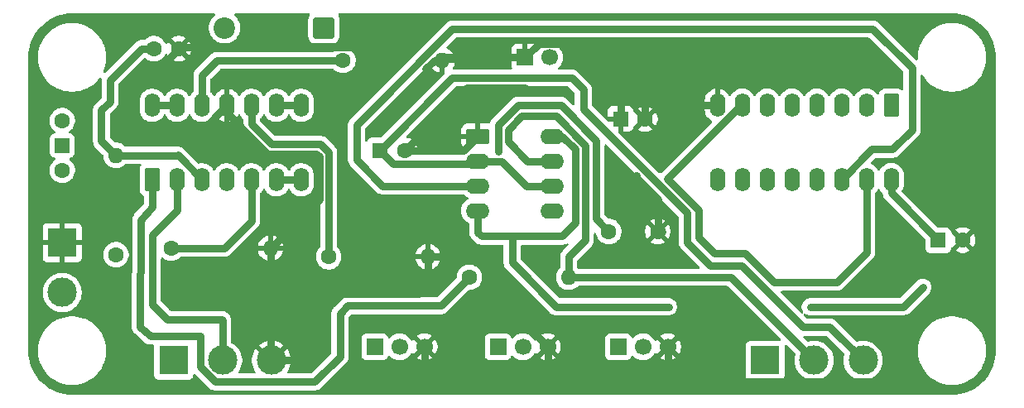
<source format=gbr>
%TF.GenerationSoftware,KiCad,Pcbnew,9.0.2*%
%TF.CreationDate,2025-06-20T13:08:06-04:00*%
%TF.ProjectId,proyecto_2_control,70726f79-6563-4746-9f5f-325f636f6e74,rev?*%
%TF.SameCoordinates,Original*%
%TF.FileFunction,Copper,L2,Bot*%
%TF.FilePolarity,Positive*%
%FSLAX46Y46*%
G04 Gerber Fmt 4.6, Leading zero omitted, Abs format (unit mm)*
G04 Created by KiCad (PCBNEW 9.0.2) date 2025-06-20 13:08:06*
%MOMM*%
%LPD*%
G01*
G04 APERTURE LIST*
G04 Aperture macros list*
%AMRoundRect*
0 Rectangle with rounded corners*
0 $1 Rounding radius*
0 $2 $3 $4 $5 $6 $7 $8 $9 X,Y pos of 4 corners*
0 Add a 4 corners polygon primitive as box body*
4,1,4,$2,$3,$4,$5,$6,$7,$8,$9,$2,$3,0*
0 Add four circle primitives for the rounded corners*
1,1,$1+$1,$2,$3*
1,1,$1+$1,$4,$5*
1,1,$1+$1,$6,$7*
1,1,$1+$1,$8,$9*
0 Add four rect primitives between the rounded corners*
20,1,$1+$1,$2,$3,$4,$5,0*
20,1,$1+$1,$4,$5,$6,$7,0*
20,1,$1+$1,$6,$7,$8,$9,0*
20,1,$1+$1,$8,$9,$2,$3,0*%
G04 Aperture macros list end*
%TA.AperFunction,ComponentPad*%
%ADD10C,1.600000*%
%TD*%
%TA.AperFunction,ComponentPad*%
%ADD11O,1.600000X1.600000*%
%TD*%
%TA.AperFunction,ComponentPad*%
%ADD12R,3.000000X3.000000*%
%TD*%
%TA.AperFunction,ComponentPad*%
%ADD13C,3.000000*%
%TD*%
%TA.AperFunction,ComponentPad*%
%ADD14R,1.600000X1.600000*%
%TD*%
%TA.AperFunction,ComponentPad*%
%ADD15R,1.700000X1.700000*%
%TD*%
%TA.AperFunction,ComponentPad*%
%ADD16C,1.700000*%
%TD*%
%TA.AperFunction,ComponentPad*%
%ADD17RoundRect,0.250000X-0.550000X0.950000X-0.550000X-0.950000X0.550000X-0.950000X0.550000X0.950000X0*%
%TD*%
%TA.AperFunction,ComponentPad*%
%ADD18O,1.600000X2.400000*%
%TD*%
%TA.AperFunction,ComponentPad*%
%ADD19R,1.500000X1.500000*%
%TD*%
%TA.AperFunction,ComponentPad*%
%ADD20RoundRect,0.250000X-0.950000X-0.550000X0.950000X-0.550000X0.950000X0.550000X-0.950000X0.550000X0*%
%TD*%
%TA.AperFunction,ComponentPad*%
%ADD21O,2.400000X1.600000*%
%TD*%
%TA.AperFunction,ComponentPad*%
%ADD22RoundRect,0.249999X0.850001X0.850001X-0.850001X0.850001X-0.850001X-0.850001X0.850001X-0.850001X0*%
%TD*%
%TA.AperFunction,ComponentPad*%
%ADD23C,2.200000*%
%TD*%
%TA.AperFunction,ComponentPad*%
%ADD24RoundRect,0.250000X0.550000X-0.950000X0.550000X0.950000X-0.550000X0.950000X-0.550000X-0.950000X0*%
%TD*%
%TA.AperFunction,ViaPad*%
%ADD25C,0.600000*%
%TD*%
%TA.AperFunction,Conductor*%
%ADD26C,0.750000*%
%TD*%
G04 APERTURE END LIST*
D10*
%TO.P,R7,1*%
%TO.N,Net-(U1C-+)*%
X71240000Y-55400000D03*
D11*
%TO.P,R7,2*%
%TO.N,GND*%
X81400000Y-55400000D03*
%TD*%
D12*
%TO.P,J2,1,Pin_1*%
%TO.N,GND*%
X44000000Y-53960000D03*
D13*
%TO.P,J2,2,Pin_2*%
%TO.N,Net-(J2-Pin_2)*%
X44000000Y-59040000D03*
%TD*%
D14*
%TO.P,C4,1*%
%TO.N,GND*%
X101100000Y-41300000D03*
D10*
%TO.P,C4,2*%
X103600000Y-41300000D03*
%TD*%
D15*
%TO.P,J5,1,Pin_1*%
%TO.N,Vcc*%
X88560000Y-64600000D03*
D16*
%TO.P,J5,2,Pin_2*%
%TO.N,PASO1*%
X91100000Y-64600000D03*
%TO.P,J5,3,Pin_3*%
%TO.N,GND*%
X93640000Y-64600000D03*
%TD*%
D17*
%TO.P,U3,1,Q5*%
%TO.N,unconnected-(U3-Q5-Pad1)*%
X128780000Y-39880000D03*
D18*
%TO.P,U3,2,Q1*%
%TO.N,PASO2*%
X126240000Y-39880000D03*
%TO.P,U3,3,Q0*%
%TO.N,PASO1*%
X123700000Y-39880000D03*
%TO.P,U3,4,Q2*%
%TO.N,PASO3*%
X121160000Y-39880000D03*
%TO.P,U3,5,Q6*%
%TO.N,unconnected-(U3-Q6-Pad5)*%
X118620000Y-39880000D03*
%TO.P,U3,6,Q7*%
%TO.N,unconnected-(U3-Q7-Pad6)*%
X116080000Y-39880000D03*
%TO.P,U3,7,Q3*%
%TO.N,Net-(U3-Q3)*%
X113540000Y-39880000D03*
%TO.P,U3,8,VSS*%
%TO.N,GND*%
X111000000Y-39880000D03*
%TO.P,U3,9,Q8*%
%TO.N,unconnected-(U3-Q8-Pad9)*%
X111000000Y-47500000D03*
%TO.P,U3,10,Q4*%
%TO.N,unconnected-(U3-Q4-Pad10)*%
X113540000Y-47500000D03*
%TO.P,U3,11,Q9*%
%TO.N,unconnected-(U3-Q9-Pad11)*%
X116080000Y-47500000D03*
%TO.P,U3,12,Cout*%
%TO.N,unconnected-(U3-Cout-Pad12)*%
X118620000Y-47500000D03*
%TO.P,U3,13,CKEN*%
%TO.N,Net-(U3-CKEN)*%
X121160000Y-47500000D03*
%TO.P,U3,14,CLK*%
%TO.N,Net-(U2-Q)*%
X123700000Y-47500000D03*
%TO.P,U3,15,Reset*%
%TO.N,Net-(U3-Q3)*%
X126240000Y-47500000D03*
%TO.P,U3,16,VDD*%
%TO.N,Net-(U2-R)*%
X128780000Y-47500000D03*
%TD*%
D12*
%TO.P,RV2,1,1*%
%TO.N,Vcc*%
X55400000Y-66000000D03*
D13*
%TO.P,RV2,2,2*%
%TO.N,Net-(U1A--)*%
X60400000Y-66000000D03*
%TO.P,RV2,3,3*%
%TO.N,GND*%
X65400000Y-66000000D03*
%TD*%
D19*
%TO.P,SW1,1,A*%
%TO.N,Net-(D1-A)*%
X44000000Y-44000000D03*
D10*
%TO.P,SW1,2,B*%
%TO.N,Net-(J2-Pin_2)*%
X44000000Y-46540000D03*
%TO.P,SW1,3,C*%
%TO.N,unconnected-(SW1-C-Pad3)*%
X44000000Y-41460000D03*
%TD*%
D20*
%TO.P,U2,1,GND*%
%TO.N,GND*%
X86480000Y-43060000D03*
D21*
%TO.P,U2,2,TR*%
%TO.N,Net-(U2-THR)*%
X86480000Y-45600000D03*
%TO.P,U2,3,Q*%
%TO.N,Net-(U2-Q)*%
X86480000Y-48140000D03*
%TO.P,U2,4,R*%
%TO.N,Net-(U2-R)*%
X86480000Y-50680000D03*
%TO.P,U2,5,CV*%
%TO.N,Net-(U2-CV)*%
X94100000Y-50680000D03*
%TO.P,U2,6,THR*%
%TO.N,Net-(U2-THR)*%
X94100000Y-48140000D03*
%TO.P,U2,7,DIS*%
%TO.N,Net-(U2-DIS)*%
X94100000Y-45600000D03*
%TO.P,U2,8,VCC*%
%TO.N,Net-(U2-R)*%
X94100000Y-43060000D03*
%TD*%
D10*
%TO.P,R1,1*%
%TO.N,Vcc*%
X49500000Y-55180000D03*
D11*
%TO.P,R1,2*%
%TO.N,Net-(U1A-+)*%
X49500000Y-45020000D03*
%TD*%
D10*
%TO.P,C2,1*%
%TO.N,Net-(U2-CV)*%
X99900000Y-52800000D03*
%TO.P,C2,2*%
%TO.N,GND*%
X104900000Y-52800000D03*
%TD*%
D22*
%TO.P,D1,1,K*%
%TO.N,Vcc*%
X70761084Y-31966693D03*
D23*
%TO.P,D1,2,A*%
%TO.N,Net-(D1-A)*%
X60601084Y-31966693D03*
%TD*%
D10*
%TO.P,R2,1*%
%TO.N,Net-(U1A-+)*%
X53360000Y-34100000D03*
%TO.P,R2,2*%
%TO.N,GND*%
X55900000Y-34100000D03*
%TD*%
D15*
%TO.P,J7,1,Pin_1*%
%TO.N,Vcc*%
X75960000Y-64600000D03*
D16*
%TO.P,J7,2,Pin_2*%
%TO.N,PASO3*%
X78500000Y-64600000D03*
%TO.P,J7,3,Pin_3*%
%TO.N,GND*%
X81040000Y-64600000D03*
%TD*%
D10*
%TO.P,R4,1*%
%TO.N,Net-(U1B-+)*%
X55120000Y-54500000D03*
D11*
%TO.P,R4,2*%
%TO.N,GND*%
X65280000Y-54500000D03*
%TD*%
D14*
%TO.P,C3,1*%
%TO.N,Net-(U2-R)*%
X133600000Y-53700000D03*
D10*
%TO.P,C3,2*%
%TO.N,GND*%
X136100000Y-53700000D03*
%TD*%
D12*
%TO.P,RV1,1,1*%
%TO.N,unconnected-(RV1-Pad1)*%
X115900000Y-66000000D03*
D13*
%TO.P,RV1,2,2*%
%TO.N,Net-(U2-DIS)*%
X120900000Y-66000000D03*
%TO.P,RV1,3,3*%
%TO.N,Net-(U2-THR)*%
X125900000Y-66000000D03*
%TD*%
D10*
%TO.P,R8,1*%
%TO.N,Net-(U1D-+)*%
X72720000Y-35300000D03*
D11*
%TO.P,R8,2*%
%TO.N,GND*%
X82880000Y-35300000D03*
%TD*%
D24*
%TO.P,U1,1*%
%TO.N,Net-(U2-R)*%
X53200000Y-47520000D03*
D18*
%TO.P,U1,2,-*%
%TO.N,Net-(U1A--)*%
X55740000Y-47520000D03*
%TO.P,U1,3,+*%
%TO.N,Net-(U1A-+)*%
X58280000Y-47520000D03*
%TO.P,U1,4,V+*%
%TO.N,Vcc*%
X60820000Y-47520000D03*
%TO.P,U1,5,+*%
%TO.N,Net-(U1B-+)*%
X63360000Y-47520000D03*
%TO.P,U1,6,-*%
%TO.N,Net-(U1B--)*%
X65900000Y-47520000D03*
%TO.P,U1,7*%
X68440000Y-47520000D03*
%TO.P,U1,8*%
%TO.N,Net-(U1C--)*%
X68440000Y-39900000D03*
%TO.P,U1,9,-*%
X65900000Y-39900000D03*
%TO.P,U1,10,+*%
%TO.N,Net-(U1C-+)*%
X63360000Y-39900000D03*
%TO.P,U1,11,V-*%
%TO.N,GND*%
X60820000Y-39900000D03*
%TO.P,U1,12,+*%
%TO.N,Net-(U1D-+)*%
X58280000Y-39900000D03*
%TO.P,U1,13,-*%
%TO.N,Net-(U1D--)*%
X55740000Y-39900000D03*
%TO.P,U1,14*%
X53200000Y-39900000D03*
%TD*%
D15*
%TO.P,J1,1,Pin_1*%
%TO.N,GND*%
X91325000Y-35000000D03*
D16*
%TO.P,J1,2,Pin_2*%
%TO.N,Vcc*%
X93865000Y-35000000D03*
%TD*%
D15*
%TO.P,J6,1,Pin_1*%
%TO.N,Vcc*%
X100860000Y-64600000D03*
D16*
%TO.P,J6,2,Pin_2*%
%TO.N,PASO2*%
X103400000Y-64600000D03*
%TO.P,J6,3,Pin_3*%
%TO.N,GND*%
X105940000Y-64600000D03*
%TD*%
D14*
%TO.P,C1,1*%
%TO.N,Net-(U2-THR)*%
X76500000Y-44500000D03*
D10*
%TO.P,C1,2*%
%TO.N,GND*%
X79000000Y-44500000D03*
%TD*%
%TO.P,R3,1*%
%TO.N,Net-(U2-R)*%
X85640000Y-57500000D03*
D11*
%TO.P,R3,2*%
%TO.N,Net-(U2-DIS)*%
X95800000Y-57500000D03*
%TD*%
D25*
%TO.N,GND*%
X102727541Y-47072459D03*
X81172459Y-36172459D03*
X91300000Y-38100000D03*
X75400000Y-34200000D03*
%TO.N,Net-(U2-CV)*%
X88600000Y-44649000D03*
%TO.N,Net-(U2-R)*%
X132000000Y-58500000D03*
X120500000Y-60500000D03*
X106000000Y-60500000D03*
%TD*%
D26*
%TO.N,Net-(U2-THR)*%
X110300000Y-56300000D02*
X107900000Y-53900000D01*
X122500000Y-62600000D02*
X119800000Y-62600000D01*
X107900000Y-50900000D02*
X97300000Y-40300000D01*
X113500000Y-56300000D02*
X110300000Y-56300000D01*
X86204000Y-45876000D02*
X86480000Y-45600000D01*
X107900000Y-53900000D02*
X107900000Y-50900000D01*
X97300000Y-40300000D02*
X97300000Y-38300000D01*
X76500000Y-44500000D02*
X77876000Y-45876000D01*
X96100000Y-37100000D02*
X83900000Y-37100000D01*
X125900000Y-66000000D02*
X122500000Y-62600000D01*
X91440000Y-48140000D02*
X88900000Y-45600000D01*
X94100000Y-48140000D02*
X91440000Y-48140000D01*
X119800000Y-62600000D02*
X113500000Y-56300000D01*
X77876000Y-45876000D02*
X86204000Y-45876000D01*
X97300000Y-38300000D02*
X96100000Y-37100000D01*
X88900000Y-45600000D02*
X86480000Y-45600000D01*
X83900000Y-37100000D02*
X76500000Y-44500000D01*
%TO.N,GND*%
X56076000Y-33924000D02*
X55900000Y-34100000D01*
X65280000Y-54500000D02*
X65280000Y-65880000D01*
X85900000Y-55400000D02*
X81400000Y-55400000D01*
X70006082Y-44851000D02*
X65006082Y-44851000D01*
X72100000Y-59200000D02*
X80500000Y-59200000D01*
X106000000Y-68200000D02*
X105940000Y-68140000D01*
X91325000Y-35000000D02*
X83180000Y-35000000D01*
X97974000Y-33574000D02*
X92751000Y-33574000D01*
X103100000Y-38700000D02*
X101900000Y-38700000D01*
X83180000Y-35000000D02*
X82880000Y-35300000D01*
X70289000Y-45133918D02*
X70006082Y-44851000D01*
X82880000Y-35300000D02*
X82044918Y-35300000D01*
X87600000Y-57100000D02*
X85900000Y-55400000D01*
X104900000Y-52800000D02*
X105000000Y-52700000D01*
X87600000Y-59900000D02*
X87600000Y-57100000D01*
X106800000Y-38700000D02*
X104700000Y-38700000D01*
X79000000Y-44500000D02*
X85400000Y-38100000D01*
X104900000Y-52800000D02*
X104900000Y-49500000D01*
X83200000Y-68200000D02*
X81100000Y-66100000D01*
X128500000Y-63000000D02*
X129400000Y-63000000D01*
X127900000Y-68200000D02*
X130100000Y-66000000D01*
X101100000Y-39500000D02*
X101100000Y-41300000D01*
X104700000Y-38700000D02*
X103100000Y-38700000D01*
X65400000Y-66000000D02*
X69500000Y-66000000D01*
X107980000Y-39880000D02*
X106800000Y-38700000D01*
X65280000Y-65880000D02*
X65400000Y-66000000D01*
X103600000Y-41300000D02*
X103600000Y-39800000D01*
X85040000Y-44500000D02*
X86480000Y-43060000D01*
X105000000Y-52700000D02*
X105300000Y-52700000D01*
X75124000Y-33924000D02*
X56076000Y-33924000D01*
X93400000Y-68200000D02*
X102280000Y-68200000D01*
X80500000Y-59200000D02*
X81400000Y-58300000D01*
X93640000Y-64600000D02*
X88940000Y-59900000D01*
X93640000Y-67960000D02*
X93640000Y-64600000D01*
X93400000Y-68200000D02*
X83200000Y-68200000D01*
X51900000Y-37000000D02*
X50200000Y-38700000D01*
X51600000Y-43300000D02*
X51600000Y-43400000D01*
X102600000Y-47200000D02*
X102727541Y-47072459D01*
X101900000Y-38700000D02*
X101100000Y-39500000D01*
X82044918Y-35300000D02*
X81172459Y-36172459D01*
X105940000Y-68140000D02*
X105940000Y-64600000D01*
X103600000Y-39800000D02*
X104700000Y-38700000D01*
X60820000Y-40664918D02*
X60820000Y-39900000D01*
X53000000Y-37000000D02*
X51900000Y-37000000D01*
X81100000Y-64660000D02*
X81040000Y-64600000D01*
X85400000Y-38100000D02*
X91300000Y-38100000D01*
X111000000Y-39880000D02*
X107980000Y-39880000D01*
X103100000Y-38700000D02*
X97974000Y-33574000D01*
X88940000Y-59900000D02*
X87600000Y-59900000D01*
X106000000Y-68200000D02*
X127900000Y-68200000D01*
X70289000Y-49491000D02*
X70289000Y-45133918D01*
X93640000Y-67960000D02*
X93400000Y-68200000D01*
X81400000Y-58300000D02*
X81400000Y-55400000D01*
X130100000Y-66000000D02*
X130100000Y-63700000D01*
X50200000Y-38700000D02*
X50200000Y-41900000D01*
X129400000Y-63000000D02*
X130100000Y-63700000D01*
X75400000Y-34200000D02*
X75124000Y-33924000D01*
X65280000Y-54500000D02*
X70289000Y-49491000D01*
X70600000Y-64900000D02*
X70600000Y-60700000D01*
X69500000Y-66000000D02*
X70600000Y-64900000D01*
X70600000Y-60700000D02*
X72100000Y-59200000D01*
X81100000Y-66100000D02*
X81100000Y-64660000D01*
X104900000Y-49500000D02*
X102600000Y-47200000D01*
X79000000Y-44500000D02*
X85040000Y-44500000D01*
X50200000Y-41900000D02*
X51600000Y-43300000D01*
X51600000Y-43400000D02*
X57320000Y-43400000D01*
X65006082Y-44851000D02*
X60820000Y-40664918D01*
X105300000Y-52700000D02*
X105400000Y-52800000D01*
X105880000Y-68080000D02*
X106000000Y-68200000D01*
X57320000Y-43400000D02*
X60820000Y-39900000D01*
X55900000Y-34100000D02*
X53000000Y-37000000D01*
X92751000Y-33574000D02*
X91325000Y-35000000D01*
X102280000Y-68200000D02*
X106000000Y-68200000D01*
%TO.N,Net-(U2-CV)*%
X88600000Y-41900000D02*
X90600000Y-39900000D01*
X98600000Y-43500000D02*
X98600000Y-51500000D01*
X88600000Y-44649000D02*
X88600000Y-41900000D01*
X90600000Y-39900000D02*
X95000000Y-39900000D01*
X98600000Y-51500000D02*
X99900000Y-52800000D01*
X95000000Y-39900000D02*
X98600000Y-43500000D01*
%TO.N,Net-(U2-R)*%
X52017766Y-51690342D02*
X51981459Y-62582554D01*
X94500000Y-60500000D02*
X90000000Y-56000000D01*
X51981459Y-62582554D02*
X53000000Y-63500000D01*
X96500000Y-44400000D02*
X95160000Y-43060000D01*
X86480000Y-52880000D02*
X86900000Y-53300000D01*
X128780000Y-48880000D02*
X133600000Y-53700000D01*
X96500000Y-51900000D02*
X96500000Y-44400000D01*
X69800000Y-68200000D02*
X72400000Y-65600000D01*
X53200000Y-47520000D02*
X53200000Y-50300000D01*
X90000000Y-53300000D02*
X95100000Y-53300000D01*
X95160000Y-43060000D02*
X94100000Y-43060000D01*
X90000000Y-56000000D02*
X90000000Y-53300000D01*
X73200000Y-60400000D02*
X82740000Y-60400000D01*
X58100000Y-66635908D02*
X59664092Y-68200000D01*
X128780000Y-47500000D02*
X128780000Y-48880000D01*
X95100000Y-53300000D02*
X96500000Y-51900000D01*
X86480000Y-50680000D02*
X86480000Y-52880000D01*
X53000000Y-63500000D02*
X58100000Y-63500000D01*
X130000000Y-60500000D02*
X120500000Y-60500000D01*
X106000000Y-60500000D02*
X94500000Y-60500000D01*
X82740000Y-60400000D02*
X85640000Y-57500000D01*
X53200000Y-50300000D02*
X52017766Y-51690342D01*
X72400000Y-65600000D02*
X72400000Y-61200000D01*
X59664092Y-68200000D02*
X69800000Y-68200000D01*
X72400000Y-61200000D02*
X73200000Y-60400000D01*
X86900000Y-53300000D02*
X90000000Y-53300000D01*
X58100000Y-63500000D02*
X58100000Y-66635908D01*
X132000000Y-58500000D02*
X130000000Y-60500000D01*
%TO.N,Net-(U1A-+)*%
X49500000Y-45020000D02*
X48000000Y-43520000D01*
X48900000Y-37300000D02*
X52100000Y-34100000D01*
X58280000Y-47480000D02*
X55800000Y-45000000D01*
X48000000Y-43520000D02*
X48000000Y-40400000D01*
X48900000Y-39500000D02*
X48900000Y-37300000D01*
X58280000Y-47520000D02*
X58280000Y-47480000D01*
X55780000Y-45020000D02*
X49500000Y-45020000D01*
X52100000Y-34100000D02*
X53360000Y-34100000D01*
X48000000Y-40400000D02*
X48900000Y-39500000D01*
X55800000Y-45000000D02*
X55780000Y-45020000D01*
%TO.N,Net-(U2-DIS)*%
X91600000Y-45600000D02*
X94100000Y-45600000D01*
X112400000Y-57500000D02*
X120900000Y-66000000D01*
X95800000Y-57500000D02*
X95800000Y-55400000D01*
X89600000Y-42400000D02*
X89600000Y-43600000D01*
X95800000Y-57500000D02*
X112400000Y-57500000D01*
X94500000Y-41000000D02*
X91000000Y-41000000D01*
X91000000Y-41000000D02*
X89600000Y-42400000D01*
X95800000Y-55400000D02*
X97500000Y-53700000D01*
X97500000Y-44000000D02*
X94500000Y-41000000D01*
X89600000Y-43600000D02*
X91600000Y-45600000D01*
X97500000Y-53700000D02*
X97500000Y-44000000D01*
%TO.N,Net-(U1B-+)*%
X60600000Y-54500000D02*
X55120000Y-54500000D01*
X63360000Y-51740000D02*
X60600000Y-54500000D01*
X63360000Y-47520000D02*
X63360000Y-51740000D01*
%TO.N,Net-(U3-Q3)*%
X113420000Y-39880000D02*
X113540000Y-39880000D01*
X123200000Y-58000000D02*
X116800000Y-58000000D01*
X116800000Y-58000000D02*
X113800000Y-55000000D01*
X113800000Y-55000000D02*
X110700000Y-55000000D01*
X109100000Y-50600000D02*
X105900000Y-47400000D01*
X126240000Y-47500000D02*
X126240000Y-54960000D01*
X105900000Y-47400000D02*
X113420000Y-39880000D01*
X109100000Y-53400000D02*
X109100000Y-50600000D01*
X110700000Y-55000000D02*
X109100000Y-53400000D01*
X126240000Y-54960000D02*
X123200000Y-58000000D01*
%TO.N,Net-(U1C-+)*%
X71240000Y-55400000D02*
X71240000Y-44740000D01*
X63360000Y-41860000D02*
X63360000Y-39900000D01*
X65400000Y-43900000D02*
X63360000Y-41860000D01*
X71240000Y-44740000D02*
X70400000Y-43900000D01*
X70400000Y-43900000D02*
X65400000Y-43900000D01*
%TO.N,Net-(U1D-+)*%
X58280000Y-36820000D02*
X59800000Y-35300000D01*
X58280000Y-39900000D02*
X58280000Y-36820000D01*
X59800000Y-35300000D02*
X72720000Y-35300000D01*
%TO.N,Net-(U1A--)*%
X60400000Y-61900000D02*
X60400000Y-66000000D01*
X60300000Y-61800000D02*
X60400000Y-61900000D01*
X55740000Y-50660000D02*
X53200000Y-53200000D01*
X54700000Y-61800000D02*
X60300000Y-61800000D01*
X53200000Y-53200000D02*
X53215909Y-60295190D01*
X53215909Y-60295190D02*
X54700000Y-61800000D01*
X55740000Y-47520000D02*
X55740000Y-50660000D01*
%TO.N,Net-(U1D--)*%
X55740000Y-39900000D02*
X53200000Y-39900000D01*
%TO.N,Net-(U1B--)*%
X65900000Y-47520000D02*
X68440000Y-47520000D01*
%TO.N,Net-(U1C--)*%
X65900000Y-39900000D02*
X68440000Y-39900000D01*
%TO.N,Net-(U2-Q)*%
X83900000Y-32100000D02*
X126900000Y-32100000D01*
X126800000Y-44400000D02*
X123700000Y-47500000D01*
X126900000Y-32100000D02*
X130900000Y-36100000D01*
X86480000Y-48140000D02*
X76740000Y-48140000D01*
X128900000Y-44400000D02*
X126800000Y-44400000D01*
X130900000Y-42400000D02*
X128900000Y-44400000D01*
X74100000Y-41900000D02*
X83900000Y-32100000D01*
X74100000Y-45500000D02*
X74100000Y-41900000D01*
X76740000Y-48140000D02*
X74100000Y-45500000D01*
X130900000Y-36100000D02*
X130900000Y-42400000D01*
%TD*%
%TA.AperFunction,Conductor*%
%TO.N,GND*%
G36*
X99680703Y-43919293D02*
G01*
X99687181Y-43925325D01*
X106988181Y-51226325D01*
X107021666Y-51287648D01*
X107024500Y-51314006D01*
X107024500Y-53986233D01*
X107058143Y-54155366D01*
X107058146Y-54155378D01*
X107124138Y-54314698D01*
X107124145Y-54314711D01*
X107219954Y-54458098D01*
X107219957Y-54458102D01*
X109174675Y-56412819D01*
X109208160Y-56474142D01*
X109203176Y-56543834D01*
X109161304Y-56599767D01*
X109095840Y-56624184D01*
X109086994Y-56624500D01*
X96815047Y-56624500D01*
X96785606Y-56615855D01*
X96755620Y-56609332D01*
X96750604Y-56605577D01*
X96748008Y-56604815D01*
X96727366Y-56588181D01*
X96711819Y-56572634D01*
X96678334Y-56511311D01*
X96675500Y-56484953D01*
X96675500Y-55814006D01*
X96695185Y-55746967D01*
X96711819Y-55726325D01*
X98180042Y-54258102D01*
X98180045Y-54258099D01*
X98275858Y-54114705D01*
X98341855Y-53955374D01*
X98375500Y-53786229D01*
X98375500Y-53613771D01*
X98375500Y-53063637D01*
X98395185Y-52996598D01*
X98447989Y-52950843D01*
X98517147Y-52940899D01*
X98580703Y-52969924D01*
X98618477Y-53028702D01*
X98621973Y-53044239D01*
X98631522Y-53104534D01*
X98694781Y-53299223D01*
X98743879Y-53395582D01*
X98787585Y-53481359D01*
X98787715Y-53481613D01*
X98908028Y-53647213D01*
X99052786Y-53791971D01*
X99207749Y-53904556D01*
X99218390Y-53912287D01*
X99302953Y-53955374D01*
X99400776Y-54005218D01*
X99400778Y-54005218D01*
X99400781Y-54005220D01*
X99462461Y-54025261D01*
X99595465Y-54068477D01*
X99650786Y-54077239D01*
X99797648Y-54100500D01*
X99797649Y-54100500D01*
X100002351Y-54100500D01*
X100002352Y-54100500D01*
X100204534Y-54068477D01*
X100399219Y-54005220D01*
X100581610Y-53912287D01*
X100674590Y-53844732D01*
X100747213Y-53791971D01*
X100747215Y-53791968D01*
X100747219Y-53791966D01*
X100891966Y-53647219D01*
X100891968Y-53647215D01*
X100891971Y-53647213D01*
X100954004Y-53561830D01*
X101012287Y-53481610D01*
X101105220Y-53299219D01*
X101168477Y-53104534D01*
X101200500Y-52902352D01*
X101200500Y-52697682D01*
X103600000Y-52697682D01*
X103600000Y-52902317D01*
X103632009Y-53104417D01*
X103695244Y-53299031D01*
X103788141Y-53481350D01*
X103788147Y-53481359D01*
X103820523Y-53525921D01*
X103820524Y-53525922D01*
X104500000Y-52846446D01*
X104500000Y-52852661D01*
X104527259Y-52954394D01*
X104579920Y-53045606D01*
X104654394Y-53120080D01*
X104745606Y-53172741D01*
X104847339Y-53200000D01*
X104853553Y-53200000D01*
X104174076Y-53879474D01*
X104218650Y-53911859D01*
X104400968Y-54004755D01*
X104595582Y-54067990D01*
X104797683Y-54100000D01*
X105002317Y-54100000D01*
X105204417Y-54067990D01*
X105399031Y-54004755D01*
X105581349Y-53911859D01*
X105625921Y-53879474D01*
X104946447Y-53200000D01*
X104952661Y-53200000D01*
X105054394Y-53172741D01*
X105145606Y-53120080D01*
X105220080Y-53045606D01*
X105272741Y-52954394D01*
X105300000Y-52852661D01*
X105300000Y-52846447D01*
X105979474Y-53525921D01*
X106011859Y-53481349D01*
X106104755Y-53299031D01*
X106167990Y-53104417D01*
X106200000Y-52902317D01*
X106200000Y-52697682D01*
X106167990Y-52495582D01*
X106104755Y-52300968D01*
X106011859Y-52118650D01*
X105979474Y-52074077D01*
X105979474Y-52074076D01*
X105300000Y-52753551D01*
X105300000Y-52747339D01*
X105272741Y-52645606D01*
X105220080Y-52554394D01*
X105145606Y-52479920D01*
X105054394Y-52427259D01*
X104952661Y-52400000D01*
X104946446Y-52400000D01*
X105625922Y-51720524D01*
X105625921Y-51720523D01*
X105581359Y-51688147D01*
X105581350Y-51688141D01*
X105399031Y-51595244D01*
X105204417Y-51532009D01*
X105002317Y-51500000D01*
X104797683Y-51500000D01*
X104595582Y-51532009D01*
X104400968Y-51595244D01*
X104218644Y-51688143D01*
X104174077Y-51720523D01*
X104174077Y-51720524D01*
X104853554Y-52400000D01*
X104847339Y-52400000D01*
X104745606Y-52427259D01*
X104654394Y-52479920D01*
X104579920Y-52554394D01*
X104527259Y-52645606D01*
X104500000Y-52747339D01*
X104500000Y-52753553D01*
X103820524Y-52074077D01*
X103820523Y-52074077D01*
X103788143Y-52118644D01*
X103695244Y-52300968D01*
X103632009Y-52495582D01*
X103600000Y-52697682D01*
X101200500Y-52697682D01*
X101200500Y-52697648D01*
X101188284Y-52620523D01*
X101168477Y-52495465D01*
X101122066Y-52352627D01*
X101105220Y-52300781D01*
X101105218Y-52300778D01*
X101105218Y-52300776D01*
X101071503Y-52234607D01*
X101012287Y-52118390D01*
X101000967Y-52102809D01*
X100891971Y-51952786D01*
X100747213Y-51808028D01*
X100581613Y-51687715D01*
X100581612Y-51687714D01*
X100581610Y-51687713D01*
X100484471Y-51638218D01*
X100399223Y-51594781D01*
X100204534Y-51531522D01*
X100028743Y-51503680D01*
X100002352Y-51499500D01*
X100002351Y-51499500D01*
X99889006Y-51499500D01*
X99821967Y-51479815D01*
X99801325Y-51463181D01*
X99511819Y-51173675D01*
X99478334Y-51112352D01*
X99475500Y-51085994D01*
X99475500Y-44013006D01*
X99495185Y-43945967D01*
X99547989Y-43900212D01*
X99617147Y-43890268D01*
X99680703Y-43919293D01*
G37*
%TD.AperFunction*%
%TA.AperFunction,Conductor*%
G36*
X126553033Y-32995185D02*
G01*
X126573675Y-33011819D01*
X129988181Y-36426325D01*
X130021666Y-36487648D01*
X130024500Y-36514006D01*
X130024500Y-38263770D01*
X130004815Y-38330809D01*
X129952011Y-38376564D01*
X129882853Y-38386508D01*
X129819297Y-38357483D01*
X129812819Y-38351451D01*
X129798657Y-38337289D01*
X129798656Y-38337288D01*
X129649334Y-38245186D01*
X129482797Y-38190001D01*
X129482795Y-38190000D01*
X129380010Y-38179500D01*
X128179998Y-38179500D01*
X128179981Y-38179501D01*
X128077203Y-38190000D01*
X128077200Y-38190001D01*
X127910668Y-38245185D01*
X127910663Y-38245187D01*
X127761342Y-38337289D01*
X127637289Y-38461342D01*
X127545187Y-38610663D01*
X127545186Y-38610666D01*
X127518045Y-38692571D01*
X127478271Y-38750016D01*
X127413755Y-38776838D01*
X127344979Y-38764522D01*
X127300021Y-38726452D01*
X127231966Y-38632781D01*
X127087219Y-38488034D01*
X127087213Y-38488028D01*
X126921613Y-38367715D01*
X126921612Y-38367714D01*
X126921610Y-38367713D01*
X126849182Y-38330809D01*
X126739223Y-38274781D01*
X126544534Y-38211522D01*
X126369995Y-38183878D01*
X126342352Y-38179500D01*
X126137648Y-38179500D01*
X126113329Y-38183351D01*
X125935465Y-38211522D01*
X125740776Y-38274781D01*
X125558386Y-38367715D01*
X125392786Y-38488028D01*
X125248028Y-38632786D01*
X125127715Y-38798386D01*
X125080485Y-38891080D01*
X125032510Y-38941876D01*
X124964689Y-38958671D01*
X124898554Y-38936134D01*
X124859515Y-38891080D01*
X124853865Y-38879991D01*
X124812287Y-38798390D01*
X124760021Y-38726451D01*
X124691971Y-38632786D01*
X124547213Y-38488028D01*
X124381613Y-38367715D01*
X124381612Y-38367714D01*
X124381610Y-38367713D01*
X124309182Y-38330809D01*
X124199223Y-38274781D01*
X124004534Y-38211522D01*
X123829995Y-38183878D01*
X123802352Y-38179500D01*
X123597648Y-38179500D01*
X123573329Y-38183351D01*
X123395465Y-38211522D01*
X123200776Y-38274781D01*
X123018386Y-38367715D01*
X122852786Y-38488028D01*
X122708028Y-38632786D01*
X122587715Y-38798386D01*
X122540485Y-38891080D01*
X122492510Y-38941876D01*
X122424689Y-38958671D01*
X122358554Y-38936134D01*
X122319515Y-38891080D01*
X122313865Y-38879991D01*
X122272287Y-38798390D01*
X122220021Y-38726451D01*
X122151971Y-38632786D01*
X122007213Y-38488028D01*
X121841613Y-38367715D01*
X121841612Y-38367714D01*
X121841610Y-38367713D01*
X121769182Y-38330809D01*
X121659223Y-38274781D01*
X121464534Y-38211522D01*
X121289995Y-38183878D01*
X121262352Y-38179500D01*
X121057648Y-38179500D01*
X121033329Y-38183351D01*
X120855465Y-38211522D01*
X120660776Y-38274781D01*
X120478386Y-38367715D01*
X120312786Y-38488028D01*
X120168028Y-38632786D01*
X120047715Y-38798386D01*
X120000485Y-38891080D01*
X119952510Y-38941876D01*
X119884689Y-38958671D01*
X119818554Y-38936134D01*
X119779515Y-38891080D01*
X119773865Y-38879991D01*
X119732287Y-38798390D01*
X119680021Y-38726451D01*
X119611971Y-38632786D01*
X119467213Y-38488028D01*
X119301613Y-38367715D01*
X119301612Y-38367714D01*
X119301610Y-38367713D01*
X119229182Y-38330809D01*
X119119223Y-38274781D01*
X118924534Y-38211522D01*
X118749995Y-38183878D01*
X118722352Y-38179500D01*
X118517648Y-38179500D01*
X118493329Y-38183351D01*
X118315465Y-38211522D01*
X118120776Y-38274781D01*
X117938386Y-38367715D01*
X117772786Y-38488028D01*
X117628028Y-38632786D01*
X117507715Y-38798386D01*
X117460485Y-38891080D01*
X117412510Y-38941876D01*
X117344689Y-38958671D01*
X117278554Y-38936134D01*
X117239515Y-38891080D01*
X117233865Y-38879991D01*
X117192287Y-38798390D01*
X117140021Y-38726451D01*
X117071971Y-38632786D01*
X116927213Y-38488028D01*
X116761613Y-38367715D01*
X116761612Y-38367714D01*
X116761610Y-38367713D01*
X116689182Y-38330809D01*
X116579223Y-38274781D01*
X116384534Y-38211522D01*
X116209995Y-38183878D01*
X116182352Y-38179500D01*
X115977648Y-38179500D01*
X115953329Y-38183351D01*
X115775465Y-38211522D01*
X115580776Y-38274781D01*
X115398386Y-38367715D01*
X115232786Y-38488028D01*
X115088028Y-38632786D01*
X114967715Y-38798386D01*
X114920485Y-38891080D01*
X114872510Y-38941876D01*
X114804689Y-38958671D01*
X114738554Y-38936134D01*
X114699515Y-38891080D01*
X114693865Y-38879991D01*
X114652287Y-38798390D01*
X114600021Y-38726451D01*
X114531971Y-38632786D01*
X114387213Y-38488028D01*
X114221613Y-38367715D01*
X114221612Y-38367714D01*
X114221610Y-38367713D01*
X114149182Y-38330809D01*
X114039223Y-38274781D01*
X113844534Y-38211522D01*
X113669995Y-38183878D01*
X113642352Y-38179500D01*
X113437648Y-38179500D01*
X113413329Y-38183351D01*
X113235465Y-38211522D01*
X113040776Y-38274781D01*
X112858386Y-38367715D01*
X112692786Y-38488028D01*
X112548028Y-38632786D01*
X112427713Y-38798388D01*
X112380203Y-38891630D01*
X112332228Y-38942426D01*
X112264407Y-38959220D01*
X112198272Y-38936682D01*
X112159234Y-38891628D01*
X112111861Y-38798652D01*
X111991582Y-38633105D01*
X111991582Y-38633104D01*
X111846895Y-38488417D01*
X111681349Y-38368140D01*
X111499029Y-38275244D01*
X111304413Y-38212009D01*
X111250000Y-38203390D01*
X111250000Y-39564314D01*
X111245606Y-39559920D01*
X111154394Y-39507259D01*
X111052661Y-39480000D01*
X110947339Y-39480000D01*
X110845606Y-39507259D01*
X110754394Y-39559920D01*
X110750000Y-39564314D01*
X110750000Y-38203390D01*
X110695586Y-38212009D01*
X110500970Y-38275244D01*
X110318650Y-38368140D01*
X110153105Y-38488417D01*
X110153104Y-38488417D01*
X110008417Y-38633104D01*
X110008417Y-38633105D01*
X109888140Y-38798650D01*
X109795244Y-38980968D01*
X109732009Y-39175582D01*
X109700000Y-39377682D01*
X109700000Y-39630000D01*
X110684314Y-39630000D01*
X110679920Y-39634394D01*
X110627259Y-39725606D01*
X110600000Y-39827339D01*
X110600000Y-39932661D01*
X110627259Y-40034394D01*
X110679920Y-40125606D01*
X110684314Y-40130000D01*
X109700000Y-40130000D01*
X109700000Y-40382317D01*
X109732009Y-40584417D01*
X109795244Y-40779031D01*
X109888140Y-40961349D01*
X110008417Y-41126894D01*
X110008417Y-41126895D01*
X110153104Y-41271582D01*
X110318652Y-41391861D01*
X110399332Y-41432969D01*
X110450129Y-41480943D01*
X110466924Y-41548764D01*
X110444387Y-41614899D01*
X110430719Y-41631135D01*
X105341901Y-46719955D01*
X105237681Y-46824175D01*
X105176358Y-46857660D01*
X105106666Y-46852676D01*
X105062319Y-46824175D01*
X100886319Y-42648175D01*
X100852834Y-42586852D01*
X100850000Y-42560494D01*
X100850000Y-41615686D01*
X100854394Y-41620080D01*
X100945606Y-41672741D01*
X101047339Y-41700000D01*
X101152661Y-41700000D01*
X101254394Y-41672741D01*
X101345606Y-41620080D01*
X101350000Y-41615686D01*
X101350000Y-42600000D01*
X101947828Y-42600000D01*
X101947844Y-42599999D01*
X102007372Y-42593598D01*
X102007379Y-42593596D01*
X102142086Y-42543354D01*
X102142093Y-42543350D01*
X102257187Y-42457190D01*
X102257190Y-42457187D01*
X102343350Y-42342093D01*
X102343355Y-42342084D01*
X102360677Y-42295639D01*
X102403580Y-42120997D01*
X102413900Y-42103240D01*
X102419685Y-42083540D01*
X102431098Y-42073649D01*
X102438690Y-42060589D01*
X102456971Y-42051231D01*
X102472489Y-42037785D01*
X102488908Y-42034882D01*
X102500884Y-42028753D01*
X102515469Y-42030188D01*
X102516428Y-42030018D01*
X103200000Y-41346446D01*
X103200000Y-41352661D01*
X103227259Y-41454394D01*
X103279920Y-41545606D01*
X103354394Y-41620080D01*
X103445606Y-41672741D01*
X103547339Y-41700000D01*
X103553553Y-41700000D01*
X102874076Y-42379474D01*
X102918650Y-42411859D01*
X103100968Y-42504755D01*
X103295582Y-42567990D01*
X103497683Y-42600000D01*
X103702317Y-42600000D01*
X103904417Y-42567990D01*
X104099031Y-42504755D01*
X104281349Y-42411859D01*
X104325921Y-42379474D01*
X103646447Y-41700000D01*
X103652661Y-41700000D01*
X103754394Y-41672741D01*
X103845606Y-41620080D01*
X103920080Y-41545606D01*
X103972741Y-41454394D01*
X104000000Y-41352661D01*
X104000000Y-41346447D01*
X104679474Y-42025921D01*
X104711859Y-41981349D01*
X104804755Y-41799031D01*
X104867990Y-41604417D01*
X104900000Y-41402317D01*
X104900000Y-41197682D01*
X104867990Y-40995582D01*
X104804755Y-40800968D01*
X104711859Y-40618650D01*
X104679474Y-40574077D01*
X104679474Y-40574076D01*
X104000000Y-41253551D01*
X104000000Y-41247339D01*
X103972741Y-41145606D01*
X103920080Y-41054394D01*
X103845606Y-40979920D01*
X103754394Y-40927259D01*
X103652661Y-40900000D01*
X103646446Y-40900000D01*
X104325922Y-40220524D01*
X104325921Y-40220523D01*
X104281359Y-40188147D01*
X104281350Y-40188141D01*
X104099031Y-40095244D01*
X103904417Y-40032009D01*
X103702317Y-40000000D01*
X103497683Y-40000000D01*
X103295582Y-40032009D01*
X103100968Y-40095244D01*
X102918644Y-40188143D01*
X102874077Y-40220523D01*
X102874077Y-40220524D01*
X103553554Y-40900000D01*
X103547339Y-40900000D01*
X103445606Y-40927259D01*
X103354394Y-40979920D01*
X103279920Y-41054394D01*
X103227259Y-41145606D01*
X103200000Y-41247339D01*
X103200000Y-41253553D01*
X102515696Y-40569249D01*
X102465352Y-40558674D01*
X102415595Y-40509623D01*
X102403580Y-40479002D01*
X102360679Y-40304364D01*
X102343353Y-40257911D01*
X102343350Y-40257906D01*
X102257190Y-40142812D01*
X102257187Y-40142809D01*
X102142093Y-40056649D01*
X102142086Y-40056645D01*
X102007379Y-40006403D01*
X102007372Y-40006401D01*
X101947844Y-40000000D01*
X101350000Y-40000000D01*
X101350000Y-40984314D01*
X101345606Y-40979920D01*
X101254394Y-40927259D01*
X101152661Y-40900000D01*
X101047339Y-40900000D01*
X100945606Y-40927259D01*
X100854394Y-40979920D01*
X100850000Y-40984314D01*
X100850000Y-40000000D01*
X100252155Y-40000000D01*
X100192627Y-40006401D01*
X100192620Y-40006403D01*
X100057913Y-40056645D01*
X100057906Y-40056649D01*
X99942812Y-40142809D01*
X99942809Y-40142812D01*
X99856649Y-40257906D01*
X99856645Y-40257913D01*
X99806403Y-40392620D01*
X99806401Y-40392627D01*
X99800000Y-40452155D01*
X99800000Y-41050000D01*
X100784314Y-41050000D01*
X100779920Y-41054394D01*
X100727259Y-41145606D01*
X100700000Y-41247339D01*
X100700000Y-41352661D01*
X100727259Y-41454394D01*
X100779920Y-41545606D01*
X100784314Y-41550000D01*
X99839506Y-41550000D01*
X99772467Y-41530315D01*
X99751825Y-41513681D01*
X98211819Y-39973675D01*
X98178334Y-39912352D01*
X98175500Y-39885994D01*
X98175500Y-38213768D01*
X98175499Y-38213766D01*
X98168683Y-38179500D01*
X98141855Y-38044626D01*
X98113222Y-37975500D01*
X98075861Y-37885301D01*
X98075854Y-37885288D01*
X97980046Y-37741902D01*
X97952149Y-37714005D01*
X97858099Y-37619955D01*
X97276638Y-37038494D01*
X96658102Y-36419957D01*
X96658098Y-36419954D01*
X96514711Y-36324145D01*
X96514698Y-36324138D01*
X96355378Y-36258146D01*
X96355366Y-36258143D01*
X96186232Y-36224500D01*
X96186229Y-36224500D01*
X94849758Y-36224500D01*
X94782719Y-36204815D01*
X94736964Y-36152011D01*
X94727020Y-36082853D01*
X94756045Y-36019297D01*
X94762077Y-36012819D01*
X94818379Y-35956517D01*
X94895104Y-35879792D01*
X94895106Y-35879788D01*
X94895109Y-35879786D01*
X95020048Y-35707820D01*
X95020047Y-35707820D01*
X95020051Y-35707816D01*
X95116557Y-35518412D01*
X95182246Y-35316243D01*
X95215500Y-35106287D01*
X95215500Y-34893713D01*
X95182246Y-34683757D01*
X95116557Y-34481588D01*
X95020051Y-34292184D01*
X95020049Y-34292181D01*
X95020048Y-34292179D01*
X94895109Y-34120213D01*
X94744786Y-33969890D01*
X94572820Y-33844951D01*
X94383414Y-33748444D01*
X94383413Y-33748443D01*
X94383412Y-33748443D01*
X94181243Y-33682754D01*
X94181241Y-33682753D01*
X94181240Y-33682753D01*
X94019957Y-33657208D01*
X93971287Y-33649500D01*
X93758713Y-33649500D01*
X93710042Y-33657208D01*
X93548760Y-33682753D01*
X93346585Y-33748444D01*
X93157179Y-33844951D01*
X92985215Y-33969889D01*
X92871285Y-34083819D01*
X92809962Y-34117303D01*
X92740270Y-34112319D01*
X92684337Y-34070447D01*
X92667422Y-34039470D01*
X92618354Y-33907913D01*
X92618350Y-33907906D01*
X92532190Y-33792812D01*
X92532187Y-33792809D01*
X92417093Y-33706649D01*
X92417086Y-33706645D01*
X92282379Y-33656403D01*
X92282372Y-33656401D01*
X92222844Y-33650000D01*
X91575000Y-33650000D01*
X91575000Y-34566988D01*
X91517993Y-34534075D01*
X91390826Y-34500000D01*
X91259174Y-34500000D01*
X91132007Y-34534075D01*
X91075000Y-34566988D01*
X91075000Y-33650000D01*
X90427155Y-33650000D01*
X90367627Y-33656401D01*
X90367620Y-33656403D01*
X90232913Y-33706645D01*
X90232906Y-33706649D01*
X90117812Y-33792809D01*
X90117809Y-33792812D01*
X90031649Y-33907906D01*
X90031645Y-33907913D01*
X89981403Y-34042620D01*
X89981401Y-34042627D01*
X89975000Y-34102155D01*
X89975000Y-34750000D01*
X90891988Y-34750000D01*
X90859075Y-34807007D01*
X90825000Y-34934174D01*
X90825000Y-35065826D01*
X90859075Y-35192993D01*
X90891988Y-35250000D01*
X89975000Y-35250000D01*
X89975000Y-35897844D01*
X89981401Y-35957372D01*
X89981403Y-35957380D01*
X90018621Y-36057167D01*
X90023605Y-36126859D01*
X89990120Y-36188182D01*
X89928796Y-36221666D01*
X89902439Y-36224500D01*
X84058564Y-36224500D01*
X83991525Y-36204815D01*
X83945770Y-36152011D01*
X83935826Y-36082853D01*
X83958246Y-36027614D01*
X83991859Y-35981349D01*
X84084755Y-35799029D01*
X84147990Y-35604413D01*
X84156609Y-35550000D01*
X83195686Y-35550000D01*
X83200080Y-35545606D01*
X83252741Y-35454394D01*
X83280000Y-35352661D01*
X83280000Y-35247339D01*
X83252741Y-35145606D01*
X83200080Y-35054394D01*
X83195686Y-35050000D01*
X84156609Y-35050000D01*
X84147990Y-34995586D01*
X84084755Y-34800970D01*
X83991859Y-34618650D01*
X83871582Y-34453105D01*
X83871582Y-34453104D01*
X83726895Y-34308417D01*
X83583512Y-34204242D01*
X83372688Y-34091991D01*
X83350999Y-34070754D01*
X83327735Y-34051238D01*
X83326275Y-34046546D01*
X83322765Y-34043109D01*
X83315999Y-34013512D01*
X83306981Y-33984521D01*
X83308289Y-33979785D01*
X83307195Y-33974996D01*
X83317502Y-33946444D01*
X83325591Y-33917176D01*
X83330142Y-33911434D01*
X83330921Y-33909279D01*
X83333286Y-33907469D01*
X83343276Y-33894867D01*
X84226325Y-33011819D01*
X84287648Y-32978334D01*
X84314006Y-32975500D01*
X126485994Y-32975500D01*
X126553033Y-32995185D01*
G37*
%TD.AperFunction*%
%TA.AperFunction,Conductor*%
G36*
X95753033Y-37995185D02*
G01*
X95773675Y-38011819D01*
X96388181Y-38626325D01*
X96421666Y-38687648D01*
X96424500Y-38714006D01*
X96424500Y-39786993D01*
X96404815Y-39854032D01*
X96352011Y-39899787D01*
X96282853Y-39909731D01*
X96219297Y-39880706D01*
X96212819Y-39874674D01*
X95558102Y-39219957D01*
X95558098Y-39219954D01*
X95414711Y-39124145D01*
X95414698Y-39124138D01*
X95255378Y-39058146D01*
X95255366Y-39058143D01*
X95086232Y-39024500D01*
X95086229Y-39024500D01*
X90686229Y-39024500D01*
X90513771Y-39024500D01*
X90513768Y-39024500D01*
X90344633Y-39058143D01*
X90344621Y-39058146D01*
X90185301Y-39124138D01*
X90185288Y-39124145D01*
X90041901Y-39219954D01*
X90041897Y-39219957D01*
X88535531Y-40726325D01*
X88041901Y-41219955D01*
X87998171Y-41263685D01*
X87919953Y-41341902D01*
X87824145Y-41485288D01*
X87824138Y-41485301D01*
X87758146Y-41644621D01*
X87758144Y-41644629D01*
X87751189Y-41679591D01*
X87718802Y-41741502D01*
X87658085Y-41776074D01*
X87590570Y-41773104D01*
X87582691Y-41770493D01*
X87479986Y-41760000D01*
X86730000Y-41760000D01*
X86730000Y-42744314D01*
X86725606Y-42739920D01*
X86634394Y-42687259D01*
X86532661Y-42660000D01*
X86427339Y-42660000D01*
X86325606Y-42687259D01*
X86234394Y-42739920D01*
X86230000Y-42744314D01*
X86230000Y-41760000D01*
X85480028Y-41760000D01*
X85480012Y-41760001D01*
X85377302Y-41770494D01*
X85210880Y-41825641D01*
X85210875Y-41825643D01*
X85061654Y-41917684D01*
X84937684Y-42041654D01*
X84845643Y-42190875D01*
X84845641Y-42190880D01*
X84790494Y-42357302D01*
X84790493Y-42357309D01*
X84780000Y-42460013D01*
X84780000Y-42810000D01*
X86164314Y-42810000D01*
X86159920Y-42814394D01*
X86107259Y-42905606D01*
X86080000Y-43007339D01*
X86080000Y-43112661D01*
X86107259Y-43214394D01*
X86159920Y-43305606D01*
X86164314Y-43310000D01*
X84780001Y-43310000D01*
X84780001Y-43659986D01*
X84790494Y-43762697D01*
X84845641Y-43929119D01*
X84845643Y-43929124D01*
X84937684Y-44078345D01*
X85061654Y-44202315D01*
X85210875Y-44294356D01*
X85210882Y-44294359D01*
X85293067Y-44321592D01*
X85350512Y-44361364D01*
X85377336Y-44425880D01*
X85365021Y-44494656D01*
X85326949Y-44539616D01*
X85232787Y-44608028D01*
X85232782Y-44608032D01*
X85088028Y-44752786D01*
X84967714Y-44918386D01*
X84960372Y-44932797D01*
X84912396Y-44983592D01*
X84849888Y-45000500D01*
X80374951Y-45000500D01*
X80307912Y-44980815D01*
X80262157Y-44928011D01*
X80252213Y-44858853D01*
X80257020Y-44838183D01*
X80267988Y-44804425D01*
X80267989Y-44804418D01*
X80300000Y-44602317D01*
X80300000Y-44397682D01*
X80267990Y-44195582D01*
X80204755Y-44000968D01*
X80111859Y-43818650D01*
X80079474Y-43774077D01*
X80079474Y-43774076D01*
X79400000Y-44453551D01*
X79400000Y-44447339D01*
X79372741Y-44345606D01*
X79320080Y-44254394D01*
X79245606Y-44179920D01*
X79154394Y-44127259D01*
X79052661Y-44100000D01*
X79046446Y-44100000D01*
X79725922Y-43420524D01*
X79725921Y-43420523D01*
X79681359Y-43388147D01*
X79681350Y-43388141D01*
X79499031Y-43295244D01*
X79304417Y-43232009D01*
X79287283Y-43229296D01*
X79224148Y-43199367D01*
X79187217Y-43140055D01*
X79188215Y-43070192D01*
X79218998Y-43019145D01*
X84226325Y-38011819D01*
X84287648Y-37978334D01*
X84314006Y-37975500D01*
X95685994Y-37975500D01*
X95753033Y-37995185D01*
G37*
%TD.AperFunction*%
%TA.AperFunction,Conductor*%
G36*
X83130000Y-36580493D02*
G01*
X83110315Y-36647532D01*
X83093681Y-36668174D01*
X76598673Y-43163181D01*
X76537350Y-43196666D01*
X76510992Y-43199500D01*
X75652129Y-43199500D01*
X75652123Y-43199501D01*
X75592516Y-43205908D01*
X75457671Y-43256202D01*
X75457664Y-43256206D01*
X75342455Y-43342452D01*
X75342452Y-43342455D01*
X75256206Y-43457664D01*
X75256202Y-43457671D01*
X75215682Y-43566313D01*
X75173811Y-43622247D01*
X75108347Y-43646664D01*
X75040074Y-43631812D01*
X74990668Y-43582407D01*
X74975500Y-43522980D01*
X74975500Y-42314005D01*
X74995185Y-42246966D01*
X75011814Y-42226329D01*
X81474862Y-35763281D01*
X81536181Y-35729799D01*
X81605873Y-35734783D01*
X81661806Y-35776655D01*
X81672475Y-35794968D01*
X81673031Y-35794686D01*
X81768140Y-35981349D01*
X81888417Y-36146894D01*
X81888417Y-36146895D01*
X82033104Y-36291582D01*
X82198650Y-36411859D01*
X82380968Y-36504754D01*
X82575578Y-36567988D01*
X82630000Y-36576607D01*
X82630000Y-35615686D01*
X82634394Y-35620080D01*
X82725606Y-35672741D01*
X82827339Y-35700000D01*
X82932661Y-35700000D01*
X83034394Y-35672741D01*
X83125606Y-35620080D01*
X83130000Y-35615686D01*
X83130000Y-36580493D01*
G37*
%TD.AperFunction*%
%TA.AperFunction,Conductor*%
G36*
X59581598Y-30520185D02*
G01*
X59627353Y-30572989D01*
X59637297Y-30642147D01*
X59608272Y-30705703D01*
X59587444Y-30724819D01*
X59558427Y-30745900D01*
X59380289Y-30924038D01*
X59380285Y-30924043D01*
X59232216Y-31127844D01*
X59117844Y-31352309D01*
X59039994Y-31591907D01*
X59038663Y-31600310D01*
X59000584Y-31840731D01*
X59000584Y-32092655D01*
X59002979Y-32107777D01*
X59039994Y-32341478D01*
X59117844Y-32581076D01*
X59151112Y-32646367D01*
X59229392Y-32800000D01*
X59232216Y-32805541D01*
X59380285Y-33009342D01*
X59380289Y-33009347D01*
X59558429Y-33187487D01*
X59558434Y-33187491D01*
X59736201Y-33316645D01*
X59762239Y-33335563D01*
X59905268Y-33408440D01*
X59986700Y-33449932D01*
X59986702Y-33449932D01*
X59986705Y-33449934D01*
X60226299Y-33527783D01*
X60475122Y-33567193D01*
X60475123Y-33567193D01*
X60727045Y-33567193D01*
X60727046Y-33567193D01*
X60975869Y-33527783D01*
X61215463Y-33449934D01*
X61439929Y-33335563D01*
X61643740Y-33187486D01*
X61821877Y-33009349D01*
X61969954Y-32805538D01*
X62084325Y-32581072D01*
X62162174Y-32341478D01*
X62201584Y-32092655D01*
X62201584Y-31840731D01*
X62162174Y-31591908D01*
X62084325Y-31352314D01*
X62084323Y-31352311D01*
X62084323Y-31352309D01*
X62036344Y-31258146D01*
X61969954Y-31127848D01*
X61925509Y-31066675D01*
X61821882Y-30924043D01*
X61821878Y-30924038D01*
X61643740Y-30745900D01*
X61614724Y-30724819D01*
X61572058Y-30669489D01*
X61566079Y-30599876D01*
X61598684Y-30538080D01*
X61659522Y-30503723D01*
X61687609Y-30500500D01*
X69187199Y-30500500D01*
X69254238Y-30520185D01*
X69299993Y-30572989D01*
X69309937Y-30642147D01*
X69292738Y-30689595D01*
X69271012Y-30724819D01*
X69226271Y-30797355D01*
X69226269Y-30797360D01*
X69198433Y-30881362D01*
X69171085Y-30963895D01*
X69171085Y-30963896D01*
X69171084Y-30963896D01*
X69160584Y-31066675D01*
X69160584Y-32866710D01*
X69171084Y-32969489D01*
X69212218Y-33093623D01*
X69226270Y-33136028D01*
X69318372Y-33285349D01*
X69442428Y-33409405D01*
X69591749Y-33501507D01*
X69758286Y-33556692D01*
X69861074Y-33567193D01*
X69861079Y-33567193D01*
X71661089Y-33567193D01*
X71661094Y-33567193D01*
X71763882Y-33556692D01*
X71930419Y-33501507D01*
X72079740Y-33409405D01*
X72203796Y-33285349D01*
X72295898Y-33136028D01*
X72351083Y-32969491D01*
X72361584Y-32866703D01*
X72361584Y-31066683D01*
X72351083Y-30963895D01*
X72295898Y-30797358D01*
X72229429Y-30689595D01*
X72210990Y-30622204D01*
X72231913Y-30555541D01*
X72285555Y-30510771D01*
X72334969Y-30500500D01*
X134934108Y-30500500D01*
X134997294Y-30500500D01*
X135002702Y-30500617D01*
X135386771Y-30517386D01*
X135397506Y-30518326D01*
X135775971Y-30568152D01*
X135786597Y-30570025D01*
X136159284Y-30652648D01*
X136169710Y-30655442D01*
X136533765Y-30770227D01*
X136543911Y-30773920D01*
X136896578Y-30920000D01*
X136906369Y-30924566D01*
X136981920Y-30963895D01*
X137244942Y-31100816D01*
X137254310Y-31106224D01*
X137576244Y-31311318D01*
X137585105Y-31317523D01*
X137887930Y-31549889D01*
X137896217Y-31556843D01*
X138177635Y-31814715D01*
X138185284Y-31822364D01*
X138443156Y-32103782D01*
X138450110Y-32112069D01*
X138682476Y-32414894D01*
X138688681Y-32423755D01*
X138893775Y-32745689D01*
X138899183Y-32755057D01*
X139075430Y-33093623D01*
X139080002Y-33103427D01*
X139226075Y-33456078D01*
X139229775Y-33466244D01*
X139344554Y-33830278D01*
X139347354Y-33840727D01*
X139429971Y-34213389D01*
X139431849Y-34224042D01*
X139481671Y-34602473D01*
X139482614Y-34613249D01*
X139499382Y-34997297D01*
X139499500Y-35002706D01*
X139499500Y-64997293D01*
X139499382Y-65002702D01*
X139482614Y-65386750D01*
X139481671Y-65397526D01*
X139431849Y-65775957D01*
X139429971Y-65786610D01*
X139347354Y-66159272D01*
X139344554Y-66169721D01*
X139229775Y-66533755D01*
X139226075Y-66543921D01*
X139080002Y-66896572D01*
X139075430Y-66906376D01*
X138899183Y-67244942D01*
X138893775Y-67254310D01*
X138688681Y-67576244D01*
X138682476Y-67585105D01*
X138450110Y-67887930D01*
X138443156Y-67896217D01*
X138185284Y-68177635D01*
X138177635Y-68185284D01*
X137896217Y-68443156D01*
X137887930Y-68450110D01*
X137585105Y-68682476D01*
X137576244Y-68688681D01*
X137254310Y-68893775D01*
X137244942Y-68899183D01*
X136906376Y-69075430D01*
X136896572Y-69080002D01*
X136543921Y-69226075D01*
X136533755Y-69229775D01*
X136169721Y-69344554D01*
X136159272Y-69347354D01*
X135786610Y-69429971D01*
X135775957Y-69431849D01*
X135397526Y-69481671D01*
X135386750Y-69482614D01*
X135002703Y-69499382D01*
X134997294Y-69499500D01*
X45002706Y-69499500D01*
X44997297Y-69499382D01*
X44613249Y-69482614D01*
X44602473Y-69481671D01*
X44224042Y-69431849D01*
X44213389Y-69429971D01*
X43840727Y-69347354D01*
X43830278Y-69344554D01*
X43466244Y-69229775D01*
X43456078Y-69226075D01*
X43103427Y-69080002D01*
X43093623Y-69075430D01*
X42755057Y-68899183D01*
X42745689Y-68893775D01*
X42423755Y-68688681D01*
X42414894Y-68682476D01*
X42112069Y-68450110D01*
X42103782Y-68443156D01*
X41822364Y-68185284D01*
X41814715Y-68177635D01*
X41556843Y-67896217D01*
X41549889Y-67887930D01*
X41317523Y-67585105D01*
X41311318Y-67576244D01*
X41267384Y-67507282D01*
X41106223Y-67254309D01*
X41100816Y-67244942D01*
X41072311Y-67190185D01*
X40924566Y-66906369D01*
X40919997Y-66896572D01*
X40906395Y-66863733D01*
X40773920Y-66543911D01*
X40770224Y-66533755D01*
X40655442Y-66169710D01*
X40652648Y-66159284D01*
X40570025Y-65786597D01*
X40568152Y-65775971D01*
X40518326Y-65397506D01*
X40517386Y-65386771D01*
X40500618Y-65002702D01*
X40500500Y-64997293D01*
X40500500Y-64828031D01*
X41499500Y-64828031D01*
X41499500Y-64859852D01*
X41499500Y-65171969D01*
X41505305Y-65230911D01*
X41533210Y-65514249D01*
X41600308Y-65851572D01*
X41700150Y-66180706D01*
X41831770Y-66498464D01*
X41831772Y-66498469D01*
X41993893Y-66801775D01*
X41993904Y-66801793D01*
X42184975Y-67087751D01*
X42184985Y-67087765D01*
X42403176Y-67353632D01*
X42646367Y-67596823D01*
X42646372Y-67596827D01*
X42646373Y-67596828D01*
X42912240Y-67815019D01*
X43198213Y-68006100D01*
X43198222Y-68006105D01*
X43198224Y-68006106D01*
X43501530Y-68168227D01*
X43501532Y-68168227D01*
X43501538Y-68168231D01*
X43819295Y-68299850D01*
X44148422Y-68399690D01*
X44485750Y-68466789D01*
X44828031Y-68500500D01*
X44828034Y-68500500D01*
X45171966Y-68500500D01*
X45171969Y-68500500D01*
X45514250Y-68466789D01*
X45851578Y-68399690D01*
X46180705Y-68299850D01*
X46498462Y-68168231D01*
X46801787Y-68006100D01*
X47087760Y-67815019D01*
X47353627Y-67596828D01*
X47596828Y-67353627D01*
X47815019Y-67087760D01*
X48006100Y-66801787D01*
X48168231Y-66498462D01*
X48299850Y-66180705D01*
X48399690Y-65851578D01*
X48466789Y-65514250D01*
X48500500Y-65171969D01*
X48500500Y-64828031D01*
X48466789Y-64485750D01*
X48408147Y-64190939D01*
X48399691Y-64148427D01*
X48399690Y-64148426D01*
X48399690Y-64148422D01*
X48299850Y-63819295D01*
X48168231Y-63501538D01*
X48167533Y-63500233D01*
X48006106Y-63198224D01*
X48006105Y-63198222D01*
X48006100Y-63198213D01*
X47815019Y-62912240D01*
X47596828Y-62646373D01*
X47596827Y-62646372D01*
X47596823Y-62646367D01*
X47353632Y-62403176D01*
X47087765Y-62184985D01*
X47087764Y-62184984D01*
X47087760Y-62184981D01*
X46801787Y-61993900D01*
X46801782Y-61993897D01*
X46801775Y-61993893D01*
X46498469Y-61831772D01*
X46498464Y-61831770D01*
X46480048Y-61824142D01*
X46320713Y-61758143D01*
X46180706Y-61700150D01*
X45851572Y-61600308D01*
X45514248Y-61533210D01*
X45514249Y-61533210D01*
X45256456Y-61507821D01*
X45171969Y-61499500D01*
X44828031Y-61499500D01*
X44749966Y-61507188D01*
X44485750Y-61533210D01*
X44148427Y-61600308D01*
X43819293Y-61700150D01*
X43501535Y-61831770D01*
X43501530Y-61831772D01*
X43198224Y-61993893D01*
X43198206Y-61993904D01*
X42912248Y-62184975D01*
X42912234Y-62184985D01*
X42646367Y-62403176D01*
X42403176Y-62646367D01*
X42184985Y-62912234D01*
X42184975Y-62912248D01*
X41993904Y-63198206D01*
X41993893Y-63198224D01*
X41831772Y-63501530D01*
X41831770Y-63501535D01*
X41700150Y-63819293D01*
X41600308Y-64148427D01*
X41533210Y-64485750D01*
X41511490Y-64706287D01*
X41499500Y-64828031D01*
X40500500Y-64828031D01*
X40500500Y-58908872D01*
X41999500Y-58908872D01*
X41999500Y-59171127D01*
X42026123Y-59373339D01*
X42033730Y-59431116D01*
X42101602Y-59684418D01*
X42101605Y-59684428D01*
X42201953Y-59926690D01*
X42201958Y-59926700D01*
X42333075Y-60153803D01*
X42492718Y-60361851D01*
X42492726Y-60361860D01*
X42678140Y-60547274D01*
X42678148Y-60547281D01*
X42886196Y-60706924D01*
X43113299Y-60838041D01*
X43113309Y-60838046D01*
X43322028Y-60924500D01*
X43355581Y-60938398D01*
X43608884Y-61006270D01*
X43868880Y-61040500D01*
X43868887Y-61040500D01*
X44131113Y-61040500D01*
X44131120Y-61040500D01*
X44391116Y-61006270D01*
X44644419Y-60938398D01*
X44886697Y-60838043D01*
X45113803Y-60706924D01*
X45321851Y-60547282D01*
X45321855Y-60547277D01*
X45321860Y-60547274D01*
X45507274Y-60361860D01*
X45507277Y-60361855D01*
X45507282Y-60361851D01*
X45666924Y-60153803D01*
X45798043Y-59926697D01*
X45898398Y-59684419D01*
X45966270Y-59431116D01*
X46000500Y-59171120D01*
X46000500Y-58908880D01*
X45966270Y-58648884D01*
X45898398Y-58395581D01*
X45878366Y-58347219D01*
X45798046Y-58153309D01*
X45798041Y-58153299D01*
X45666924Y-57926196D01*
X45511883Y-57724145D01*
X45507282Y-57718149D01*
X45507281Y-57718148D01*
X45507274Y-57718140D01*
X45321860Y-57532726D01*
X45321851Y-57532718D01*
X45113803Y-57373075D01*
X44886700Y-57241958D01*
X44886690Y-57241953D01*
X44644428Y-57141605D01*
X44644421Y-57141603D01*
X44644419Y-57141602D01*
X44391116Y-57073730D01*
X44333339Y-57066123D01*
X44131127Y-57039500D01*
X44131120Y-57039500D01*
X43868880Y-57039500D01*
X43868872Y-57039500D01*
X43637772Y-57069926D01*
X43608884Y-57073730D01*
X43492873Y-57104815D01*
X43355581Y-57141602D01*
X43355571Y-57141605D01*
X43113309Y-57241953D01*
X43113299Y-57241958D01*
X42886196Y-57373075D01*
X42678148Y-57532718D01*
X42492718Y-57718148D01*
X42333075Y-57926196D01*
X42201958Y-58153299D01*
X42201953Y-58153309D01*
X42101605Y-58395571D01*
X42101602Y-58395581D01*
X42033730Y-58648885D01*
X41999500Y-58908872D01*
X40500500Y-58908872D01*
X40500500Y-52412155D01*
X42000000Y-52412155D01*
X42000000Y-53710000D01*
X43280936Y-53710000D01*
X43269207Y-53738316D01*
X43240000Y-53885147D01*
X43240000Y-54034853D01*
X43269207Y-54181684D01*
X43280936Y-54210000D01*
X42000000Y-54210000D01*
X42000000Y-55507844D01*
X42006401Y-55567372D01*
X42006403Y-55567379D01*
X42056645Y-55702086D01*
X42056649Y-55702093D01*
X42142809Y-55817187D01*
X42142812Y-55817190D01*
X42257906Y-55903350D01*
X42257913Y-55903354D01*
X42392620Y-55953596D01*
X42392627Y-55953598D01*
X42452155Y-55959999D01*
X42452172Y-55960000D01*
X43750000Y-55960000D01*
X43750000Y-54679064D01*
X43778316Y-54690793D01*
X43925147Y-54720000D01*
X44074853Y-54720000D01*
X44221684Y-54690793D01*
X44250000Y-54679064D01*
X44250000Y-55960000D01*
X45547828Y-55960000D01*
X45547844Y-55959999D01*
X45607372Y-55953598D01*
X45607379Y-55953596D01*
X45742086Y-55903354D01*
X45742093Y-55903350D01*
X45857187Y-55817190D01*
X45857190Y-55817187D01*
X45943350Y-55702093D01*
X45943354Y-55702086D01*
X45993596Y-55567379D01*
X45993598Y-55567372D01*
X45999999Y-55507844D01*
X46000000Y-55507827D01*
X46000000Y-55077648D01*
X48199500Y-55077648D01*
X48199500Y-55282351D01*
X48231522Y-55484534D01*
X48294781Y-55679223D01*
X48387715Y-55861613D01*
X48508028Y-56027213D01*
X48652786Y-56171971D01*
X48807749Y-56284556D01*
X48818390Y-56292287D01*
X48934607Y-56351503D01*
X49000776Y-56385218D01*
X49000778Y-56385218D01*
X49000781Y-56385220D01*
X49091545Y-56414711D01*
X49195465Y-56448477D01*
X49296557Y-56464488D01*
X49397648Y-56480500D01*
X49397649Y-56480500D01*
X49602351Y-56480500D01*
X49602352Y-56480500D01*
X49804534Y-56448477D01*
X49999219Y-56385220D01*
X50181610Y-56292287D01*
X50274590Y-56224732D01*
X50347213Y-56171971D01*
X50347215Y-56171968D01*
X50347219Y-56171966D01*
X50491966Y-56027219D01*
X50491968Y-56027215D01*
X50491971Y-56027213D01*
X50581961Y-55903350D01*
X50612287Y-55861610D01*
X50705220Y-55679219D01*
X50768477Y-55484534D01*
X50800500Y-55282352D01*
X50800500Y-55077648D01*
X50788281Y-55000499D01*
X50768477Y-54875465D01*
X50737287Y-54779474D01*
X50705220Y-54680781D01*
X50705218Y-54680778D01*
X50705218Y-54680776D01*
X50662713Y-54597356D01*
X50612287Y-54498390D01*
X50584860Y-54460640D01*
X50491971Y-54332786D01*
X50347213Y-54188028D01*
X50181613Y-54067715D01*
X50181612Y-54067714D01*
X50181610Y-54067713D01*
X50102994Y-54027656D01*
X49999223Y-53974781D01*
X49804534Y-53911522D01*
X49629995Y-53883878D01*
X49602352Y-53879500D01*
X49397648Y-53879500D01*
X49373329Y-53883351D01*
X49195465Y-53911522D01*
X49000776Y-53974781D01*
X48818386Y-54067715D01*
X48652786Y-54188028D01*
X48508028Y-54332786D01*
X48387715Y-54498386D01*
X48294781Y-54680776D01*
X48231522Y-54875465D01*
X48199500Y-55077648D01*
X46000000Y-55077648D01*
X46000000Y-54210000D01*
X44719064Y-54210000D01*
X44730793Y-54181684D01*
X44760000Y-54034853D01*
X44760000Y-53885147D01*
X44730793Y-53738316D01*
X44719064Y-53710000D01*
X46000000Y-53710000D01*
X46000000Y-52412172D01*
X45999999Y-52412155D01*
X45993598Y-52352627D01*
X45993596Y-52352620D01*
X45943354Y-52217913D01*
X45943350Y-52217906D01*
X45857190Y-52102812D01*
X45857187Y-52102809D01*
X45742093Y-52016649D01*
X45742086Y-52016645D01*
X45607379Y-51966403D01*
X45607372Y-51966401D01*
X45547844Y-51960000D01*
X44250000Y-51960000D01*
X44250000Y-53240935D01*
X44221684Y-53229207D01*
X44074853Y-53200000D01*
X43925147Y-53200000D01*
X43778316Y-53229207D01*
X43750000Y-53240935D01*
X43750000Y-51960000D01*
X42452155Y-51960000D01*
X42392627Y-51966401D01*
X42392620Y-51966403D01*
X42257913Y-52016645D01*
X42257906Y-52016649D01*
X42142812Y-52102809D01*
X42142809Y-52102812D01*
X42056649Y-52217906D01*
X42056645Y-52217913D01*
X42006403Y-52352620D01*
X42006401Y-52352627D01*
X42000000Y-52412155D01*
X40500500Y-52412155D01*
X40500500Y-41357648D01*
X42699500Y-41357648D01*
X42699500Y-41562351D01*
X42731522Y-41764534D01*
X42794781Y-41959223D01*
X42850224Y-42068034D01*
X42868162Y-42103240D01*
X42887715Y-42141613D01*
X43008028Y-42307213D01*
X43152786Y-42451971D01*
X43255463Y-42526569D01*
X43298129Y-42581898D01*
X43304108Y-42651512D01*
X43271503Y-42713307D01*
X43210664Y-42747664D01*
X43195833Y-42750177D01*
X43142516Y-42755909D01*
X43007671Y-42806202D01*
X43007664Y-42806206D01*
X42892455Y-42892452D01*
X42892452Y-42892455D01*
X42806206Y-43007664D01*
X42806202Y-43007671D01*
X42755908Y-43142517D01*
X42750087Y-43196666D01*
X42749501Y-43202123D01*
X42749500Y-43202135D01*
X42749500Y-44797870D01*
X42749501Y-44797876D01*
X42755908Y-44857483D01*
X42806202Y-44992328D01*
X42806206Y-44992335D01*
X42892452Y-45107544D01*
X42892455Y-45107547D01*
X43007664Y-45193793D01*
X43007671Y-45193797D01*
X43052618Y-45210561D01*
X43142517Y-45244091D01*
X43195835Y-45249823D01*
X43260384Y-45276560D01*
X43300232Y-45333952D01*
X43302726Y-45403777D01*
X43267074Y-45463867D01*
X43255463Y-45473430D01*
X43152787Y-45548028D01*
X43152782Y-45548032D01*
X43008028Y-45692786D01*
X42887715Y-45858386D01*
X42794781Y-46040776D01*
X42731522Y-46235465D01*
X42699500Y-46437648D01*
X42699500Y-46642351D01*
X42731522Y-46844534D01*
X42794781Y-47039223D01*
X42838973Y-47125953D01*
X42886722Y-47219666D01*
X42887715Y-47221613D01*
X43008028Y-47387213D01*
X43152786Y-47531971D01*
X43302546Y-47640776D01*
X43318390Y-47652287D01*
X43434607Y-47711503D01*
X43500776Y-47745218D01*
X43500778Y-47745218D01*
X43500781Y-47745220D01*
X43605137Y-47779127D01*
X43695465Y-47808477D01*
X43796557Y-47824488D01*
X43897648Y-47840500D01*
X43897649Y-47840500D01*
X44102351Y-47840500D01*
X44102352Y-47840500D01*
X44304534Y-47808477D01*
X44499219Y-47745220D01*
X44681610Y-47652287D01*
X44774590Y-47584732D01*
X44847213Y-47531971D01*
X44847215Y-47531968D01*
X44847219Y-47531966D01*
X44991966Y-47387219D01*
X44991968Y-47387215D01*
X44991971Y-47387213D01*
X45060575Y-47292786D01*
X45112287Y-47221610D01*
X45205220Y-47039219D01*
X45268477Y-46844534D01*
X45300500Y-46642352D01*
X45300500Y-46437648D01*
X45271220Y-46252786D01*
X45268477Y-46235465D01*
X45210847Y-46058099D01*
X45205220Y-46040781D01*
X45205218Y-46040778D01*
X45205218Y-46040776D01*
X45149701Y-45931819D01*
X45112287Y-45858390D01*
X45092767Y-45831523D01*
X44991971Y-45692786D01*
X44847217Y-45548032D01*
X44847212Y-45548028D01*
X44744536Y-45473430D01*
X44701870Y-45418101D01*
X44695891Y-45348487D01*
X44728496Y-45286692D01*
X44789335Y-45252335D01*
X44804164Y-45249822D01*
X44857483Y-45244091D01*
X44992331Y-45193796D01*
X45107546Y-45107546D01*
X45193796Y-44992331D01*
X45244091Y-44857483D01*
X45250500Y-44797873D01*
X45250499Y-43202128D01*
X45244091Y-43142517D01*
X45232955Y-43112661D01*
X45193797Y-43007671D01*
X45193793Y-43007664D01*
X45107547Y-42892455D01*
X45107544Y-42892452D01*
X44992335Y-42806206D01*
X44992328Y-42806202D01*
X44857482Y-42755908D01*
X44857483Y-42755908D01*
X44804165Y-42750176D01*
X44739614Y-42723438D01*
X44699766Y-42666045D01*
X44697273Y-42596220D01*
X44732926Y-42536131D01*
X44744537Y-42526568D01*
X44774561Y-42504755D01*
X44847219Y-42451966D01*
X44991966Y-42307219D01*
X44991968Y-42307215D01*
X44991971Y-42307213D01*
X45060578Y-42212782D01*
X45112287Y-42141610D01*
X45205220Y-41959219D01*
X45268477Y-41764534D01*
X45300500Y-41562352D01*
X45300500Y-41357648D01*
X45286868Y-41271582D01*
X45268477Y-41155465D01*
X45223651Y-41017507D01*
X45205220Y-40960781D01*
X45205218Y-40960778D01*
X45205218Y-40960776D01*
X45145648Y-40843865D01*
X45112287Y-40778390D01*
X45074460Y-40726325D01*
X44991971Y-40612786D01*
X44847213Y-40468028D01*
X44681613Y-40347715D01*
X44681612Y-40347714D01*
X44681610Y-40347713D01*
X44614995Y-40313771D01*
X44499223Y-40254781D01*
X44304534Y-40191522D01*
X44129995Y-40163878D01*
X44102352Y-40159500D01*
X43897648Y-40159500D01*
X43873329Y-40163351D01*
X43695465Y-40191522D01*
X43500776Y-40254781D01*
X43318386Y-40347715D01*
X43152786Y-40468028D01*
X43008028Y-40612786D01*
X42887715Y-40778386D01*
X42794781Y-40960776D01*
X42731522Y-41155465D01*
X42699500Y-41357648D01*
X40500500Y-41357648D01*
X40500500Y-35002706D01*
X40500618Y-34997297D01*
X40502804Y-34947219D01*
X40508008Y-34828031D01*
X41499500Y-34828031D01*
X41499500Y-34859852D01*
X41499500Y-35171969D01*
X41501571Y-35192993D01*
X41533210Y-35514249D01*
X41600308Y-35851572D01*
X41700150Y-36180706D01*
X41831770Y-36498464D01*
X41831772Y-36498469D01*
X41993893Y-36801775D01*
X41993904Y-36801793D01*
X42184975Y-37087751D01*
X42184985Y-37087765D01*
X42403176Y-37353632D01*
X42646367Y-37596823D01*
X42646372Y-37596827D01*
X42646373Y-37596828D01*
X42912240Y-37815019D01*
X43198213Y-38006100D01*
X43198222Y-38006105D01*
X43198224Y-38006106D01*
X43501530Y-38168227D01*
X43501532Y-38168227D01*
X43501538Y-38168231D01*
X43819295Y-38299850D01*
X44148422Y-38399690D01*
X44485750Y-38466789D01*
X44828031Y-38500500D01*
X44828034Y-38500500D01*
X45171966Y-38500500D01*
X45171969Y-38500500D01*
X45514250Y-38466789D01*
X45851578Y-38399690D01*
X46180705Y-38299850D01*
X46498462Y-38168231D01*
X46801787Y-38006100D01*
X47087760Y-37815019D01*
X47353627Y-37596828D01*
X47596828Y-37353627D01*
X47810553Y-37093201D01*
X47868297Y-37053868D01*
X47938142Y-37051997D01*
X47997910Y-37088184D01*
X48028626Y-37150940D01*
X48028023Y-37196055D01*
X48024500Y-37213768D01*
X48024500Y-39085994D01*
X48004815Y-39153033D01*
X47988181Y-39173675D01*
X47441901Y-39719955D01*
X47406490Y-39755366D01*
X47319953Y-39841902D01*
X47224145Y-39985288D01*
X47224138Y-39985301D01*
X47158146Y-40144621D01*
X47158143Y-40144633D01*
X47124500Y-40313766D01*
X47124500Y-43606233D01*
X47158143Y-43775366D01*
X47158146Y-43775378D01*
X47224138Y-43934698D01*
X47224145Y-43934711D01*
X47319954Y-44078098D01*
X47319957Y-44078102D01*
X48163181Y-44921325D01*
X48196666Y-44982648D01*
X48199500Y-45009006D01*
X48199500Y-45122352D01*
X48203878Y-45149995D01*
X48231522Y-45324534D01*
X48294781Y-45519223D01*
X48328923Y-45586229D01*
X48383214Y-45692781D01*
X48387715Y-45701613D01*
X48508028Y-45867213D01*
X48652786Y-46011971D01*
X48785000Y-46108028D01*
X48818390Y-46132287D01*
X48934607Y-46191503D01*
X49000776Y-46225218D01*
X49000778Y-46225218D01*
X49000781Y-46225220D01*
X49105137Y-46259127D01*
X49195465Y-46288477D01*
X49296557Y-46304488D01*
X49397648Y-46320500D01*
X49397649Y-46320500D01*
X49602351Y-46320500D01*
X49602352Y-46320500D01*
X49804534Y-46288477D01*
X49999219Y-46225220D01*
X50181610Y-46132287D01*
X50283723Y-46058098D01*
X50347213Y-46011971D01*
X50347215Y-46011968D01*
X50347219Y-46011966D01*
X50427366Y-45931819D01*
X50488689Y-45898334D01*
X50515047Y-45895500D01*
X51963923Y-45895500D01*
X52030962Y-45915185D01*
X52076717Y-45967989D01*
X52086661Y-46037147D01*
X52061188Y-46096413D01*
X52057287Y-46101345D01*
X51965187Y-46250663D01*
X51965185Y-46250668D01*
X51942045Y-46320500D01*
X51910001Y-46417203D01*
X51910001Y-46417204D01*
X51910000Y-46417204D01*
X51899500Y-46519983D01*
X51899500Y-48520001D01*
X51899501Y-48520018D01*
X51910000Y-48622796D01*
X51910001Y-48622799D01*
X51965185Y-48789331D01*
X51965187Y-48789336D01*
X51984129Y-48820046D01*
X52038804Y-48908689D01*
X52057289Y-48938657D01*
X52181345Y-49062713D01*
X52181348Y-49062715D01*
X52265595Y-49114678D01*
X52312321Y-49166625D01*
X52324500Y-49220217D01*
X52324500Y-49932500D01*
X52304815Y-49999539D01*
X52294966Y-50012826D01*
X51378019Y-51091181D01*
X51378018Y-51091180D01*
X51374621Y-51095173D01*
X51339585Y-51129979D01*
X51318925Y-51160674D01*
X51314414Y-51165981D01*
X51314408Y-51165990D01*
X51294934Y-51188894D01*
X51273420Y-51227506D01*
X51273419Y-51227505D01*
X51270870Y-51232078D01*
X51243295Y-51273053D01*
X51229017Y-51307197D01*
X51225622Y-51313292D01*
X51210999Y-51339537D01*
X51210996Y-51339544D01*
X51197429Y-51381609D01*
X51193820Y-51391374D01*
X51176770Y-51432154D01*
X51176766Y-51432166D01*
X51170804Y-51461622D01*
X51169421Y-51468454D01*
X51158061Y-51503680D01*
X51152361Y-51552747D01*
X51151326Y-51557863D01*
X51151325Y-51557873D01*
X51142557Y-51601200D01*
X51142457Y-51631249D01*
X51142434Y-51638218D01*
X51138164Y-51674987D01*
X51142146Y-51724228D01*
X51142129Y-51729447D01*
X51106198Y-62509134D01*
X51104913Y-62526534D01*
X51102653Y-62542096D01*
X51102653Y-62542101D01*
X51105702Y-62600487D01*
X51105870Y-62607365D01*
X51105675Y-62665855D01*
X51105676Y-62665866D01*
X51108693Y-62681302D01*
X51108692Y-62681302D01*
X51110371Y-62689895D01*
X51111647Y-62714321D01*
X51126869Y-62774307D01*
X51127534Y-62777710D01*
X51127538Y-62777724D01*
X51138755Y-62835116D01*
X51138757Y-62835122D01*
X51144725Y-62849667D01*
X51144726Y-62849667D01*
X51148046Y-62857759D01*
X51154066Y-62881481D01*
X51180715Y-62937378D01*
X51182019Y-62940556D01*
X51182019Y-62940557D01*
X51190615Y-62961506D01*
X51204223Y-62994671D01*
X51217752Y-63015066D01*
X51228283Y-63037154D01*
X51265318Y-63086770D01*
X51298153Y-63136267D01*
X51299556Y-63138381D01*
X51299555Y-63138381D01*
X51299557Y-63138383D01*
X51316807Y-63155748D01*
X51331443Y-63175356D01*
X51377445Y-63216792D01*
X51421096Y-63260735D01*
X51434148Y-63269519D01*
X51447895Y-63280250D01*
X52397079Y-64135223D01*
X52441901Y-64180045D01*
X52461028Y-64192825D01*
X52467680Y-64198817D01*
X52467681Y-64198818D01*
X52478121Y-64208222D01*
X52478123Y-64208223D01*
X52478124Y-64208224D01*
X52532594Y-64240644D01*
X52585295Y-64275858D01*
X52606547Y-64284661D01*
X52626319Y-64296429D01*
X52683022Y-64316519D01*
X52689035Y-64318827D01*
X52744626Y-64341855D01*
X52767188Y-64346343D01*
X52788875Y-64354027D01*
X52851608Y-64363135D01*
X52913771Y-64375500D01*
X52927820Y-64375500D01*
X52945636Y-64376786D01*
X52959544Y-64378806D01*
X53019613Y-64375669D01*
X53026080Y-64375500D01*
X53275500Y-64375500D01*
X53342539Y-64395185D01*
X53388294Y-64447989D01*
X53399500Y-64499500D01*
X53399500Y-67547870D01*
X53399501Y-67547876D01*
X53405908Y-67607483D01*
X53456202Y-67742328D01*
X53456206Y-67742335D01*
X53542452Y-67857544D01*
X53542455Y-67857547D01*
X53657664Y-67943793D01*
X53657671Y-67943797D01*
X53792517Y-67994091D01*
X53792516Y-67994091D01*
X53799444Y-67994835D01*
X53852127Y-68000500D01*
X56947872Y-68000499D01*
X57007483Y-67994091D01*
X57142331Y-67943796D01*
X57257546Y-67857546D01*
X57343796Y-67742331D01*
X57394091Y-67607483D01*
X57400500Y-67547873D01*
X57400499Y-67473912D01*
X57420183Y-67406875D01*
X57472986Y-67361119D01*
X57542144Y-67351175D01*
X57605701Y-67380199D01*
X57612180Y-67386232D01*
X58984047Y-68758099D01*
X59105990Y-68880042D01*
X59105994Y-68880046D01*
X59249380Y-68975854D01*
X59249393Y-68975861D01*
X59408713Y-69041853D01*
X59408718Y-69041855D01*
X59577511Y-69075430D01*
X59577858Y-69075499D01*
X59577861Y-69075500D01*
X59577863Y-69075500D01*
X69886231Y-69075500D01*
X69886232Y-69075499D01*
X70055374Y-69041855D01*
X70214705Y-68975858D01*
X70358099Y-68880045D01*
X73080045Y-66158099D01*
X73175858Y-66014705D01*
X73241855Y-65855374D01*
X73275500Y-65686229D01*
X73275500Y-65513771D01*
X73275500Y-63702135D01*
X74609500Y-63702135D01*
X74609500Y-65497870D01*
X74609501Y-65497876D01*
X74615908Y-65557483D01*
X74666202Y-65692328D01*
X74666206Y-65692335D01*
X74752452Y-65807544D01*
X74752455Y-65807547D01*
X74867664Y-65893793D01*
X74867671Y-65893797D01*
X75002517Y-65944091D01*
X75002516Y-65944091D01*
X75009444Y-65944835D01*
X75062127Y-65950500D01*
X76857872Y-65950499D01*
X76917483Y-65944091D01*
X77052331Y-65893796D01*
X77167546Y-65807546D01*
X77253796Y-65692331D01*
X77302810Y-65560916D01*
X77344681Y-65504984D01*
X77410145Y-65480566D01*
X77478418Y-65495417D01*
X77506673Y-65516569D01*
X77620213Y-65630109D01*
X77792179Y-65755048D01*
X77792181Y-65755049D01*
X77792184Y-65755051D01*
X77981588Y-65851557D01*
X78183757Y-65917246D01*
X78393713Y-65950500D01*
X78393714Y-65950500D01*
X78606286Y-65950500D01*
X78606287Y-65950500D01*
X78816243Y-65917246D01*
X79018412Y-65851557D01*
X79207816Y-65755051D01*
X79294138Y-65692335D01*
X79379786Y-65630109D01*
X79379788Y-65630106D01*
X79379792Y-65630104D01*
X79530104Y-65479792D01*
X79530106Y-65479788D01*
X79530109Y-65479786D01*
X79615890Y-65361717D01*
X79655051Y-65307816D01*
X79659793Y-65298508D01*
X79707763Y-65247711D01*
X79775583Y-65230911D01*
X79841719Y-65253445D01*
X79880763Y-65298500D01*
X79885373Y-65307547D01*
X79924728Y-65361716D01*
X80557037Y-64729408D01*
X80574075Y-64792993D01*
X80639901Y-64907007D01*
X80732993Y-65000099D01*
X80847007Y-65065925D01*
X80910590Y-65082962D01*
X80278282Y-65715269D01*
X80278282Y-65715270D01*
X80332449Y-65754624D01*
X80521782Y-65851095D01*
X80723870Y-65916757D01*
X80933754Y-65950000D01*
X81146246Y-65950000D01*
X81356127Y-65916757D01*
X81356130Y-65916757D01*
X81558217Y-65851095D01*
X81747554Y-65754622D01*
X81801716Y-65715270D01*
X81801717Y-65715270D01*
X81169408Y-65082962D01*
X81232993Y-65065925D01*
X81347007Y-65000099D01*
X81440099Y-64907007D01*
X81505925Y-64792993D01*
X81522962Y-64729408D01*
X82155270Y-65361717D01*
X82155270Y-65361716D01*
X82194622Y-65307554D01*
X82291095Y-65118217D01*
X82356757Y-64916130D01*
X82356757Y-64916127D01*
X82390000Y-64706246D01*
X82390000Y-64493753D01*
X82356757Y-64283872D01*
X82356757Y-64283869D01*
X82291095Y-64081782D01*
X82194624Y-63892449D01*
X82155270Y-63838282D01*
X82155269Y-63838282D01*
X81522962Y-64470590D01*
X81505925Y-64407007D01*
X81440099Y-64292993D01*
X81347007Y-64199901D01*
X81232993Y-64134075D01*
X81169409Y-64117037D01*
X81584310Y-63702135D01*
X87209500Y-63702135D01*
X87209500Y-65497870D01*
X87209501Y-65497876D01*
X87215908Y-65557483D01*
X87266202Y-65692328D01*
X87266206Y-65692335D01*
X87352452Y-65807544D01*
X87352455Y-65807547D01*
X87467664Y-65893793D01*
X87467671Y-65893797D01*
X87602517Y-65944091D01*
X87602516Y-65944091D01*
X87609444Y-65944835D01*
X87662127Y-65950500D01*
X89457872Y-65950499D01*
X89517483Y-65944091D01*
X89652331Y-65893796D01*
X89767546Y-65807546D01*
X89853796Y-65692331D01*
X89902810Y-65560916D01*
X89944681Y-65504984D01*
X90010145Y-65480566D01*
X90078418Y-65495417D01*
X90106673Y-65516569D01*
X90220213Y-65630109D01*
X90392179Y-65755048D01*
X90392181Y-65755049D01*
X90392184Y-65755051D01*
X90581588Y-65851557D01*
X90783757Y-65917246D01*
X90993713Y-65950500D01*
X90993714Y-65950500D01*
X91206286Y-65950500D01*
X91206287Y-65950500D01*
X91416243Y-65917246D01*
X91618412Y-65851557D01*
X91807816Y-65755051D01*
X91894138Y-65692335D01*
X91979786Y-65630109D01*
X91979788Y-65630106D01*
X91979792Y-65630104D01*
X92130104Y-65479792D01*
X92130106Y-65479788D01*
X92130109Y-65479786D01*
X92215890Y-65361717D01*
X92255051Y-65307816D01*
X92259793Y-65298508D01*
X92307763Y-65247711D01*
X92375583Y-65230911D01*
X92441719Y-65253445D01*
X92480763Y-65298500D01*
X92485373Y-65307547D01*
X92524728Y-65361716D01*
X93157037Y-64729408D01*
X93174075Y-64792993D01*
X93239901Y-64907007D01*
X93332993Y-65000099D01*
X93447007Y-65065925D01*
X93510590Y-65082962D01*
X92878282Y-65715269D01*
X92878282Y-65715270D01*
X92932449Y-65754624D01*
X93121782Y-65851095D01*
X93323870Y-65916757D01*
X93533754Y-65950000D01*
X93746246Y-65950000D01*
X93956127Y-65916757D01*
X93956130Y-65916757D01*
X94158217Y-65851095D01*
X94347554Y-65754622D01*
X94401716Y-65715270D01*
X94401717Y-65715270D01*
X93769408Y-65082962D01*
X93832993Y-65065925D01*
X93947007Y-65000099D01*
X94040099Y-64907007D01*
X94105925Y-64792993D01*
X94122962Y-64729408D01*
X94755270Y-65361717D01*
X94755270Y-65361716D01*
X94794622Y-65307554D01*
X94891095Y-65118217D01*
X94956757Y-64916130D01*
X94956757Y-64916127D01*
X94990000Y-64706246D01*
X94990000Y-64493753D01*
X94956757Y-64283872D01*
X94956757Y-64283869D01*
X94891095Y-64081782D01*
X94794624Y-63892449D01*
X94755270Y-63838282D01*
X94755269Y-63838282D01*
X94122962Y-64470590D01*
X94105925Y-64407007D01*
X94040099Y-64292993D01*
X93947007Y-64199901D01*
X93832993Y-64134075D01*
X93769409Y-64117037D01*
X94184310Y-63702135D01*
X99509500Y-63702135D01*
X99509500Y-65497870D01*
X99509501Y-65497876D01*
X99515908Y-65557483D01*
X99566202Y-65692328D01*
X99566206Y-65692335D01*
X99652452Y-65807544D01*
X99652455Y-65807547D01*
X99767664Y-65893793D01*
X99767671Y-65893797D01*
X99902517Y-65944091D01*
X99902516Y-65944091D01*
X99909444Y-65944835D01*
X99962127Y-65950500D01*
X101757872Y-65950499D01*
X101817483Y-65944091D01*
X101952331Y-65893796D01*
X102067546Y-65807546D01*
X102153796Y-65692331D01*
X102202810Y-65560916D01*
X102244681Y-65504984D01*
X102310145Y-65480566D01*
X102378418Y-65495417D01*
X102406673Y-65516569D01*
X102520213Y-65630109D01*
X102692179Y-65755048D01*
X102692181Y-65755049D01*
X102692184Y-65755051D01*
X102881588Y-65851557D01*
X103083757Y-65917246D01*
X103293713Y-65950500D01*
X103293714Y-65950500D01*
X103506286Y-65950500D01*
X103506287Y-65950500D01*
X103716243Y-65917246D01*
X103918412Y-65851557D01*
X104107816Y-65755051D01*
X104194138Y-65692335D01*
X104279786Y-65630109D01*
X104279788Y-65630106D01*
X104279792Y-65630104D01*
X104430104Y-65479792D01*
X104430106Y-65479788D01*
X104430109Y-65479786D01*
X104515890Y-65361717D01*
X104555051Y-65307816D01*
X104559793Y-65298508D01*
X104607763Y-65247711D01*
X104675583Y-65230911D01*
X104741719Y-65253445D01*
X104780763Y-65298500D01*
X104785373Y-65307547D01*
X104824728Y-65361716D01*
X105457037Y-64729408D01*
X105474075Y-64792993D01*
X105539901Y-64907007D01*
X105632993Y-65000099D01*
X105747007Y-65065925D01*
X105810590Y-65082962D01*
X105178282Y-65715269D01*
X105178282Y-65715270D01*
X105232449Y-65754624D01*
X105421782Y-65851095D01*
X105623870Y-65916757D01*
X105833754Y-65950000D01*
X106046246Y-65950000D01*
X106256127Y-65916757D01*
X106256130Y-65916757D01*
X106458217Y-65851095D01*
X106647554Y-65754622D01*
X106701716Y-65715270D01*
X106701717Y-65715270D01*
X106069408Y-65082962D01*
X106132993Y-65065925D01*
X106247007Y-65000099D01*
X106340099Y-64907007D01*
X106405925Y-64792993D01*
X106422962Y-64729409D01*
X107055270Y-65361717D01*
X107055270Y-65361716D01*
X107094622Y-65307554D01*
X107191095Y-65118217D01*
X107256757Y-64916130D01*
X107256757Y-64916127D01*
X107290000Y-64706246D01*
X107290000Y-64493753D01*
X107256757Y-64283872D01*
X107256757Y-64283869D01*
X107191095Y-64081782D01*
X107094624Y-63892449D01*
X107055270Y-63838282D01*
X107055269Y-63838282D01*
X106422962Y-64470590D01*
X106405925Y-64407007D01*
X106340099Y-64292993D01*
X106247007Y-64199901D01*
X106132993Y-64134075D01*
X106069409Y-64117037D01*
X106701716Y-63484728D01*
X106647550Y-63445375D01*
X106458217Y-63348904D01*
X106256129Y-63283242D01*
X106046246Y-63250000D01*
X105833754Y-63250000D01*
X105623872Y-63283242D01*
X105623869Y-63283242D01*
X105421782Y-63348904D01*
X105232439Y-63445380D01*
X105178282Y-63484727D01*
X105178282Y-63484728D01*
X105810591Y-64117037D01*
X105747007Y-64134075D01*
X105632993Y-64199901D01*
X105539901Y-64292993D01*
X105474075Y-64407007D01*
X105457037Y-64470591D01*
X104824728Y-63838282D01*
X104824727Y-63838282D01*
X104785380Y-63892440D01*
X104785376Y-63892446D01*
X104780760Y-63901505D01*
X104732781Y-63952297D01*
X104664959Y-63969087D01*
X104598826Y-63946543D01*
X104559794Y-63901493D01*
X104555051Y-63892184D01*
X104555049Y-63892181D01*
X104555048Y-63892179D01*
X104430109Y-63720213D01*
X104279786Y-63569890D01*
X104107820Y-63444951D01*
X103918414Y-63348444D01*
X103918413Y-63348443D01*
X103918412Y-63348443D01*
X103716243Y-63282754D01*
X103716241Y-63282753D01*
X103716240Y-63282753D01*
X103554957Y-63257208D01*
X103506287Y-63249500D01*
X103293713Y-63249500D01*
X103245042Y-63257208D01*
X103083760Y-63282753D01*
X102881585Y-63348444D01*
X102692179Y-63444951D01*
X102520215Y-63569889D01*
X102406673Y-63683431D01*
X102345350Y-63716915D01*
X102275658Y-63711931D01*
X102219725Y-63670059D01*
X102202810Y-63639082D01*
X102153797Y-63507671D01*
X102153793Y-63507664D01*
X102067547Y-63392455D01*
X102067544Y-63392452D01*
X101952335Y-63306206D01*
X101952328Y-63306202D01*
X101817482Y-63255908D01*
X101817483Y-63255908D01*
X101757883Y-63249501D01*
X101757881Y-63249500D01*
X101757873Y-63249500D01*
X101757864Y-63249500D01*
X99962129Y-63249500D01*
X99962123Y-63249501D01*
X99902516Y-63255908D01*
X99767671Y-63306202D01*
X99767664Y-63306206D01*
X99652455Y-63392452D01*
X99652452Y-63392455D01*
X99566206Y-63507664D01*
X99566202Y-63507671D01*
X99515908Y-63642517D01*
X99509501Y-63702116D01*
X99509500Y-63702135D01*
X94184310Y-63702135D01*
X94275320Y-63611125D01*
X94401716Y-63484728D01*
X94347550Y-63445375D01*
X94158217Y-63348904D01*
X93956129Y-63283242D01*
X93746246Y-63250000D01*
X93533754Y-63250000D01*
X93323872Y-63283242D01*
X93323869Y-63283242D01*
X93121782Y-63348904D01*
X92932439Y-63445380D01*
X92878282Y-63484727D01*
X92878282Y-63484728D01*
X93510591Y-64117037D01*
X93447007Y-64134075D01*
X93332993Y-64199901D01*
X93239901Y-64292993D01*
X93174075Y-64407007D01*
X93157037Y-64470591D01*
X92524728Y-63838282D01*
X92524727Y-63838282D01*
X92485380Y-63892440D01*
X92485376Y-63892446D01*
X92480760Y-63901505D01*
X92432781Y-63952297D01*
X92364959Y-63969087D01*
X92298826Y-63946543D01*
X92259794Y-63901493D01*
X92255051Y-63892184D01*
X92255049Y-63892181D01*
X92255048Y-63892179D01*
X92130109Y-63720213D01*
X91979786Y-63569890D01*
X91807820Y-63444951D01*
X91618414Y-63348444D01*
X91618413Y-63348443D01*
X91618412Y-63348443D01*
X91416243Y-63282754D01*
X91416241Y-63282753D01*
X91416240Y-63282753D01*
X91254957Y-63257208D01*
X91206287Y-63249500D01*
X90993713Y-63249500D01*
X90945042Y-63257208D01*
X90783760Y-63282753D01*
X90581585Y-63348444D01*
X90392179Y-63444951D01*
X90220215Y-63569889D01*
X90106673Y-63683431D01*
X90045350Y-63716915D01*
X89975658Y-63711931D01*
X89919725Y-63670059D01*
X89902810Y-63639082D01*
X89853797Y-63507671D01*
X89853793Y-63507664D01*
X89767547Y-63392455D01*
X89767544Y-63392452D01*
X89652335Y-63306206D01*
X89652328Y-63306202D01*
X89517482Y-63255908D01*
X89517483Y-63255908D01*
X89457883Y-63249501D01*
X89457881Y-63249500D01*
X89457873Y-63249500D01*
X89457864Y-63249500D01*
X87662129Y-63249500D01*
X87662123Y-63249501D01*
X87602516Y-63255908D01*
X87467671Y-63306202D01*
X87467664Y-63306206D01*
X87352455Y-63392452D01*
X87352452Y-63392455D01*
X87266206Y-63507664D01*
X87266202Y-63507671D01*
X87215908Y-63642517D01*
X87209501Y-63702116D01*
X87209500Y-63702135D01*
X81584310Y-63702135D01*
X81675320Y-63611125D01*
X81801716Y-63484728D01*
X81747550Y-63445375D01*
X81558217Y-63348904D01*
X81356129Y-63283242D01*
X81146246Y-63250000D01*
X80933754Y-63250000D01*
X80723872Y-63283242D01*
X80723869Y-63283242D01*
X80521782Y-63348904D01*
X80332439Y-63445380D01*
X80278282Y-63484727D01*
X80278282Y-63484728D01*
X80910591Y-64117037D01*
X80847007Y-64134075D01*
X80732993Y-64199901D01*
X80639901Y-64292993D01*
X80574075Y-64407007D01*
X80557037Y-64470591D01*
X79924728Y-63838282D01*
X79924727Y-63838282D01*
X79885380Y-63892440D01*
X79885376Y-63892446D01*
X79880760Y-63901505D01*
X79832781Y-63952297D01*
X79764959Y-63969087D01*
X79698826Y-63946543D01*
X79659794Y-63901493D01*
X79655051Y-63892184D01*
X79655049Y-63892181D01*
X79655048Y-63892179D01*
X79530109Y-63720213D01*
X79379786Y-63569890D01*
X79207820Y-63444951D01*
X79018414Y-63348444D01*
X79018413Y-63348443D01*
X79018412Y-63348443D01*
X78816243Y-63282754D01*
X78816241Y-63282753D01*
X78816240Y-63282753D01*
X78654957Y-63257208D01*
X78606287Y-63249500D01*
X78393713Y-63249500D01*
X78345042Y-63257208D01*
X78183760Y-63282753D01*
X77981585Y-63348444D01*
X77792179Y-63444951D01*
X77620215Y-63569889D01*
X77506673Y-63683431D01*
X77445350Y-63716915D01*
X77375658Y-63711931D01*
X77319725Y-63670059D01*
X77302810Y-63639082D01*
X77253797Y-63507671D01*
X77253793Y-63507664D01*
X77167547Y-63392455D01*
X77167544Y-63392452D01*
X77052335Y-63306206D01*
X77052328Y-63306202D01*
X76917482Y-63255908D01*
X76917483Y-63255908D01*
X76857883Y-63249501D01*
X76857881Y-63249500D01*
X76857873Y-63249500D01*
X76857864Y-63249500D01*
X75062129Y-63249500D01*
X75062123Y-63249501D01*
X75002516Y-63255908D01*
X74867671Y-63306202D01*
X74867664Y-63306206D01*
X74752455Y-63392452D01*
X74752452Y-63392455D01*
X74666206Y-63507664D01*
X74666202Y-63507671D01*
X74615908Y-63642517D01*
X74609501Y-63702116D01*
X74609500Y-63702135D01*
X73275500Y-63702135D01*
X73275500Y-61614006D01*
X73295185Y-61546967D01*
X73311819Y-61526325D01*
X73526325Y-61311819D01*
X73587648Y-61278334D01*
X73614006Y-61275500D01*
X82826231Y-61275500D01*
X82826232Y-61275499D01*
X82995374Y-61241855D01*
X83118604Y-61190811D01*
X83154698Y-61175861D01*
X83154698Y-61175860D01*
X83154705Y-61175858D01*
X83298099Y-61080045D01*
X85541325Y-58836819D01*
X85602648Y-58803334D01*
X85629006Y-58800500D01*
X85742351Y-58800500D01*
X85742352Y-58800500D01*
X85944534Y-58768477D01*
X86139219Y-58705220D01*
X86321610Y-58612287D01*
X86414590Y-58544732D01*
X86487213Y-58491971D01*
X86487215Y-58491968D01*
X86487219Y-58491966D01*
X86631966Y-58347219D01*
X86631968Y-58347215D01*
X86631971Y-58347213D01*
X86706498Y-58244633D01*
X86752287Y-58181610D01*
X86845220Y-57999219D01*
X86908477Y-57804534D01*
X86940500Y-57602352D01*
X86940500Y-57397648D01*
X86908477Y-57195466D01*
X86890976Y-57141605D01*
X86873618Y-57088181D01*
X86845220Y-57000781D01*
X86845218Y-57000778D01*
X86845218Y-57000776D01*
X86811503Y-56934607D01*
X86752287Y-56818390D01*
X86744556Y-56807749D01*
X86631971Y-56652786D01*
X86487213Y-56508028D01*
X86321613Y-56387715D01*
X86321612Y-56387714D01*
X86321610Y-56387713D01*
X86264653Y-56358691D01*
X86139223Y-56294781D01*
X85944534Y-56231522D01*
X85769995Y-56203878D01*
X85742352Y-56199500D01*
X85537648Y-56199500D01*
X85513329Y-56203351D01*
X85335465Y-56231522D01*
X85140776Y-56294781D01*
X84958386Y-56387715D01*
X84792786Y-56508028D01*
X84648028Y-56652786D01*
X84527715Y-56818386D01*
X84434781Y-57000776D01*
X84371522Y-57195465D01*
X84339500Y-57397648D01*
X84339500Y-57510994D01*
X84319815Y-57578033D01*
X84303181Y-57598675D01*
X82413675Y-59488181D01*
X82352352Y-59521666D01*
X82325994Y-59524500D01*
X73113768Y-59524500D01*
X72944633Y-59558143D01*
X72944621Y-59558146D01*
X72785301Y-59624138D01*
X72785288Y-59624145D01*
X72641901Y-59719954D01*
X72641897Y-59719957D01*
X72000005Y-60361851D01*
X71841901Y-60519955D01*
X71780927Y-60580929D01*
X71719953Y-60641902D01*
X71624145Y-60785288D01*
X71624138Y-60785301D01*
X71558146Y-60944621D01*
X71558143Y-60944633D01*
X71524500Y-61113766D01*
X71524500Y-65185994D01*
X71504815Y-65253033D01*
X71488181Y-65273675D01*
X69473675Y-67288181D01*
X69412352Y-67321666D01*
X69385994Y-67324500D01*
X67156067Y-67324500D01*
X67089028Y-67304815D01*
X67043273Y-67252011D01*
X67033329Y-67182853D01*
X67057690Y-67125015D01*
X67066504Y-67113527D01*
X67197590Y-66886482D01*
X67197595Y-66886471D01*
X67297924Y-66644255D01*
X67365777Y-66391020D01*
X67365779Y-66391009D01*
X67399999Y-66131094D01*
X67400000Y-66131080D01*
X67400000Y-65868919D01*
X67399999Y-65868905D01*
X67365779Y-65608990D01*
X67365777Y-65608979D01*
X67297924Y-65355744D01*
X67197595Y-65113528D01*
X67197590Y-65113517D01*
X67066511Y-64886483D01*
X67066505Y-64886475D01*
X66979918Y-64773633D01*
X66979917Y-64773633D01*
X65964612Y-65788939D01*
X65959111Y-65768409D01*
X65880119Y-65631592D01*
X65768408Y-65519881D01*
X65631591Y-65440889D01*
X65611057Y-65435387D01*
X66626365Y-64420080D01*
X66513524Y-64333494D01*
X66513516Y-64333488D01*
X66286482Y-64202409D01*
X66286471Y-64202404D01*
X66044255Y-64102075D01*
X65791020Y-64034222D01*
X65791009Y-64034220D01*
X65531094Y-64000000D01*
X65268905Y-64000000D01*
X65008990Y-64034220D01*
X65008979Y-64034222D01*
X64755744Y-64102075D01*
X64513528Y-64202404D01*
X64513517Y-64202409D01*
X64286471Y-64333496D01*
X64173633Y-64420079D01*
X64173633Y-64420080D01*
X65188940Y-65435387D01*
X65168409Y-65440889D01*
X65031592Y-65519881D01*
X64919881Y-65631592D01*
X64840889Y-65768409D01*
X64835387Y-65788940D01*
X63820080Y-64773633D01*
X63820079Y-64773633D01*
X63733496Y-64886471D01*
X63602409Y-65113517D01*
X63602404Y-65113528D01*
X63502075Y-65355744D01*
X63434222Y-65608979D01*
X63434220Y-65608990D01*
X63400000Y-65868905D01*
X63400000Y-66131094D01*
X63434220Y-66391009D01*
X63434222Y-66391020D01*
X63502075Y-66644255D01*
X63602404Y-66886471D01*
X63602409Y-66886482D01*
X63733495Y-67113527D01*
X63742310Y-67125015D01*
X63767503Y-67190185D01*
X63753464Y-67258629D01*
X63704649Y-67308618D01*
X63643933Y-67324500D01*
X62156698Y-67324500D01*
X62089659Y-67304815D01*
X62043904Y-67252011D01*
X62033960Y-67182853D01*
X62058321Y-67125015D01*
X62061619Y-67120715D01*
X62066924Y-67113803D01*
X62198043Y-66886697D01*
X62298398Y-66644419D01*
X62366270Y-66391116D01*
X62400500Y-66131120D01*
X62400500Y-65868880D01*
X62366270Y-65608884D01*
X62298398Y-65355581D01*
X62278502Y-65307547D01*
X62198046Y-65113309D01*
X62198041Y-65113299D01*
X62066924Y-64886196D01*
X61907281Y-64678148D01*
X61907274Y-64678140D01*
X61721860Y-64492726D01*
X61721851Y-64492718D01*
X61513803Y-64333075D01*
X61337500Y-64231287D01*
X61289284Y-64180720D01*
X61275500Y-64123900D01*
X61275500Y-61813768D01*
X61275499Y-61813766D01*
X61241855Y-61644626D01*
X61207897Y-61562644D01*
X61175861Y-61485301D01*
X61175854Y-61485288D01*
X61080046Y-61341902D01*
X61025567Y-61287423D01*
X60958099Y-61219955D01*
X60858099Y-61119955D01*
X60858098Y-61119954D01*
X60858097Y-61119953D01*
X60714711Y-61024145D01*
X60714698Y-61024138D01*
X60555378Y-60958146D01*
X60555366Y-60958143D01*
X60386232Y-60924500D01*
X60386229Y-60924500D01*
X55118069Y-60924500D01*
X55051030Y-60904815D01*
X55029782Y-60887571D01*
X54928920Y-60785301D01*
X54126203Y-59971376D01*
X54093144Y-59909822D01*
X54090490Y-59884583D01*
X54090130Y-59724145D01*
X54080874Y-55596178D01*
X54100409Y-55529096D01*
X54153110Y-55483222D01*
X54222246Y-55473124D01*
X54277759Y-55495583D01*
X54287076Y-55502352D01*
X54438390Y-55612287D01*
X54554607Y-55671503D01*
X54620776Y-55705218D01*
X54620778Y-55705218D01*
X54620781Y-55705220D01*
X54685736Y-55726325D01*
X54815465Y-55768477D01*
X54916557Y-55784488D01*
X55017648Y-55800500D01*
X55017649Y-55800500D01*
X55222351Y-55800500D01*
X55222352Y-55800500D01*
X55424534Y-55768477D01*
X55619219Y-55705220D01*
X55801610Y-55612287D01*
X55931250Y-55518099D01*
X55967213Y-55491971D01*
X55967215Y-55491968D01*
X55967219Y-55491966D01*
X56047366Y-55411819D01*
X56108689Y-55378334D01*
X56135047Y-55375500D01*
X60686231Y-55375500D01*
X60686232Y-55375499D01*
X60855374Y-55341855D01*
X60999027Y-55282352D01*
X61014698Y-55275861D01*
X61014698Y-55275860D01*
X61014705Y-55275858D01*
X61158099Y-55180045D01*
X61433389Y-54904755D01*
X61712889Y-54625256D01*
X62088145Y-54250000D01*
X64003391Y-54250000D01*
X64964314Y-54250000D01*
X64959920Y-54254394D01*
X64907259Y-54345606D01*
X64880000Y-54447339D01*
X64880000Y-54552661D01*
X64907259Y-54654394D01*
X64959920Y-54745606D01*
X64964314Y-54750000D01*
X64003391Y-54750000D01*
X64012009Y-54804413D01*
X64075244Y-54999029D01*
X64168140Y-55181349D01*
X64288417Y-55346894D01*
X64288417Y-55346895D01*
X64433104Y-55491582D01*
X64598650Y-55611859D01*
X64780968Y-55704754D01*
X64975578Y-55767988D01*
X65030000Y-55776607D01*
X65030000Y-54815686D01*
X65034394Y-54820080D01*
X65125606Y-54872741D01*
X65227339Y-54900000D01*
X65332661Y-54900000D01*
X65434394Y-54872741D01*
X65525606Y-54820080D01*
X65530000Y-54815686D01*
X65530000Y-55776606D01*
X65584421Y-55767988D01*
X65779031Y-55704754D01*
X65961349Y-55611859D01*
X66126894Y-55491582D01*
X66126895Y-55491582D01*
X66271582Y-55346895D01*
X66271582Y-55346894D01*
X66391859Y-55181349D01*
X66484755Y-54999029D01*
X66547990Y-54804413D01*
X66556609Y-54750000D01*
X65595686Y-54750000D01*
X65600080Y-54745606D01*
X65652741Y-54654394D01*
X65680000Y-54552661D01*
X65680000Y-54447339D01*
X65652741Y-54345606D01*
X65600080Y-54254394D01*
X65595686Y-54250000D01*
X66556609Y-54250000D01*
X66547990Y-54195586D01*
X66484755Y-54000970D01*
X66391859Y-53818650D01*
X66271582Y-53653105D01*
X66271582Y-53653104D01*
X66126895Y-53508417D01*
X65961349Y-53388140D01*
X65779029Y-53295244D01*
X65584413Y-53232009D01*
X65530000Y-53223390D01*
X65530000Y-54184314D01*
X65525606Y-54179920D01*
X65434394Y-54127259D01*
X65332661Y-54100000D01*
X65227339Y-54100000D01*
X65125606Y-54127259D01*
X65034394Y-54179920D01*
X65030000Y-54184314D01*
X65030000Y-53223390D01*
X64975586Y-53232009D01*
X64780970Y-53295244D01*
X64598650Y-53388140D01*
X64433105Y-53508417D01*
X64433104Y-53508417D01*
X64288417Y-53653104D01*
X64288417Y-53653105D01*
X64168140Y-53818650D01*
X64075244Y-54000970D01*
X64012009Y-54195586D01*
X64003391Y-54250000D01*
X62088145Y-54250000D01*
X62138763Y-54199382D01*
X64040042Y-52298102D01*
X64040045Y-52298099D01*
X64135858Y-52154705D01*
X64201855Y-51995374D01*
X64235500Y-51826229D01*
X64235500Y-51653771D01*
X64235500Y-48935047D01*
X64255185Y-48868008D01*
X64271819Y-48847366D01*
X64299143Y-48820042D01*
X64351966Y-48767219D01*
X64351968Y-48767215D01*
X64351971Y-48767213D01*
X64472284Y-48601614D01*
X64472286Y-48601611D01*
X64472287Y-48601610D01*
X64519516Y-48508917D01*
X64567489Y-48458123D01*
X64635310Y-48441328D01*
X64701445Y-48463865D01*
X64740483Y-48508917D01*
X64777524Y-48581613D01*
X64787715Y-48601614D01*
X64908028Y-48767213D01*
X65052786Y-48911971D01*
X65190858Y-49012284D01*
X65218390Y-49032287D01*
X65311516Y-49079737D01*
X65400776Y-49125218D01*
X65400778Y-49125218D01*
X65400781Y-49125220D01*
X65505137Y-49159127D01*
X65595465Y-49188477D01*
X65671375Y-49200500D01*
X65797648Y-49220500D01*
X65797649Y-49220500D01*
X66002351Y-49220500D01*
X66002352Y-49220500D01*
X66204534Y-49188477D01*
X66399219Y-49125220D01*
X66581610Y-49032287D01*
X66710482Y-48938657D01*
X66747213Y-48911971D01*
X66747215Y-48911968D01*
X66747219Y-48911966D01*
X66891966Y-48767219D01*
X66891968Y-48767215D01*
X66891971Y-48767213D01*
X66996894Y-48622797D01*
X67012287Y-48601610D01*
X67059516Y-48508917D01*
X67107489Y-48458123D01*
X67175310Y-48441327D01*
X67241445Y-48463864D01*
X67280483Y-48508917D01*
X67286140Y-48520018D01*
X67327713Y-48601611D01*
X67448028Y-48767213D01*
X67592786Y-48911971D01*
X67730858Y-49012284D01*
X67758390Y-49032287D01*
X67851516Y-49079737D01*
X67940776Y-49125218D01*
X67940778Y-49125218D01*
X67940781Y-49125220D01*
X68045137Y-49159127D01*
X68135465Y-49188477D01*
X68211375Y-49200500D01*
X68337648Y-49220500D01*
X68337649Y-49220500D01*
X68542351Y-49220500D01*
X68542352Y-49220500D01*
X68744534Y-49188477D01*
X68939219Y-49125220D01*
X69121610Y-49032287D01*
X69250482Y-48938657D01*
X69287213Y-48911971D01*
X69287215Y-48911968D01*
X69287219Y-48911966D01*
X69431966Y-48767219D01*
X69431968Y-48767215D01*
X69431971Y-48767213D01*
X69505524Y-48665974D01*
X69552287Y-48601610D01*
X69645220Y-48419219D01*
X69708477Y-48224534D01*
X69740500Y-48022352D01*
X69740500Y-47017648D01*
X69717356Y-46871523D01*
X69708477Y-46815465D01*
X69674951Y-46712284D01*
X69645220Y-46620781D01*
X69645218Y-46620778D01*
X69645218Y-46620776D01*
X69593865Y-46519991D01*
X69552287Y-46438390D01*
X69511674Y-46382490D01*
X69431971Y-46272786D01*
X69287213Y-46128028D01*
X69121613Y-46007715D01*
X69121612Y-46007714D01*
X69121610Y-46007713D01*
X69061898Y-45977288D01*
X68939223Y-45914781D01*
X68744534Y-45851522D01*
X68569995Y-45823878D01*
X68542352Y-45819500D01*
X68337648Y-45819500D01*
X68313329Y-45823351D01*
X68135465Y-45851522D01*
X67940776Y-45914781D01*
X67758386Y-46007715D01*
X67592786Y-46128028D01*
X67448028Y-46272786D01*
X67327715Y-46438385D01*
X67323214Y-46447219D01*
X67280486Y-46531080D01*
X67280485Y-46531081D01*
X67232511Y-46581877D01*
X67164690Y-46598672D01*
X67098555Y-46576135D01*
X67059515Y-46531081D01*
X67059514Y-46531080D01*
X67012287Y-46438390D01*
X67012285Y-46438387D01*
X67012284Y-46438385D01*
X66891971Y-46272786D01*
X66747213Y-46128028D01*
X66581613Y-46007715D01*
X66581612Y-46007714D01*
X66581610Y-46007713D01*
X66521898Y-45977288D01*
X66399223Y-45914781D01*
X66204534Y-45851522D01*
X66029995Y-45823878D01*
X66002352Y-45819500D01*
X65797648Y-45819500D01*
X65773329Y-45823351D01*
X65595465Y-45851522D01*
X65400776Y-45914781D01*
X65218386Y-46007715D01*
X65052786Y-46128028D01*
X64908028Y-46272786D01*
X64787715Y-46438386D01*
X64740485Y-46531080D01*
X64692510Y-46581876D01*
X64624689Y-46598671D01*
X64558554Y-46576134D01*
X64519515Y-46531080D01*
X64502591Y-46497865D01*
X64472287Y-46438390D01*
X64431674Y-46382490D01*
X64351971Y-46272786D01*
X64207213Y-46128028D01*
X64041613Y-46007715D01*
X64041612Y-46007714D01*
X64041610Y-46007713D01*
X63981898Y-45977288D01*
X63859223Y-45914781D01*
X63664534Y-45851522D01*
X63489995Y-45823878D01*
X63462352Y-45819500D01*
X63257648Y-45819500D01*
X63233329Y-45823351D01*
X63055465Y-45851522D01*
X62860776Y-45914781D01*
X62678386Y-46007715D01*
X62512786Y-46128028D01*
X62368028Y-46272786D01*
X62247715Y-46438386D01*
X62200485Y-46531080D01*
X62152510Y-46581876D01*
X62084689Y-46598671D01*
X62018554Y-46576134D01*
X61979515Y-46531080D01*
X61962591Y-46497865D01*
X61932287Y-46438390D01*
X61891674Y-46382490D01*
X61811971Y-46272786D01*
X61667213Y-46128028D01*
X61501613Y-46007715D01*
X61501612Y-46007714D01*
X61501610Y-46007713D01*
X61441898Y-45977288D01*
X61319223Y-45914781D01*
X61124534Y-45851522D01*
X60949995Y-45823878D01*
X60922352Y-45819500D01*
X60717648Y-45819500D01*
X60693329Y-45823351D01*
X60515465Y-45851522D01*
X60320776Y-45914781D01*
X60138386Y-46007715D01*
X59972786Y-46128028D01*
X59828028Y-46272786D01*
X59707715Y-46438386D01*
X59660485Y-46531080D01*
X59612510Y-46581876D01*
X59544689Y-46598671D01*
X59478554Y-46576134D01*
X59439515Y-46531080D01*
X59422591Y-46497865D01*
X59392287Y-46438390D01*
X59351674Y-46382490D01*
X59271971Y-46272786D01*
X59127213Y-46128028D01*
X58961613Y-46007715D01*
X58961612Y-46007714D01*
X58961610Y-46007713D01*
X58901898Y-45977288D01*
X58779223Y-45914781D01*
X58584534Y-45851522D01*
X58409995Y-45823878D01*
X58382352Y-45819500D01*
X58177648Y-45819500D01*
X58143951Y-45824837D01*
X57975461Y-45851523D01*
X57973784Y-45851926D01*
X57973128Y-45851893D01*
X57970654Y-45852285D01*
X57970571Y-45851764D01*
X57904002Y-45848425D01*
X57857173Y-45819029D01*
X56358102Y-44319957D01*
X56358098Y-44319954D01*
X56214711Y-44224145D01*
X56214698Y-44224138D01*
X56055378Y-44158146D01*
X56055366Y-44158143D01*
X55886232Y-44124500D01*
X55886229Y-44124500D01*
X55713771Y-44124500D01*
X55713770Y-44124500D01*
X55665239Y-44134153D01*
X55625203Y-44142117D01*
X55601013Y-44144500D01*
X50515047Y-44144500D01*
X50448008Y-44124815D01*
X50427366Y-44108181D01*
X50347213Y-44028028D01*
X50181613Y-43907715D01*
X50181612Y-43907714D01*
X50181610Y-43907713D01*
X50124653Y-43878691D01*
X49999223Y-43814781D01*
X49804534Y-43751522D01*
X49629995Y-43723878D01*
X49602352Y-43719500D01*
X49602351Y-43719500D01*
X49489006Y-43719500D01*
X49421967Y-43699815D01*
X49401325Y-43683181D01*
X48911819Y-43193675D01*
X48878334Y-43132352D01*
X48875500Y-43105994D01*
X48875500Y-40814006D01*
X48895185Y-40746967D01*
X48911819Y-40726325D01*
X49580042Y-40058102D01*
X49580045Y-40058099D01*
X49675858Y-39914705D01*
X49741855Y-39755374D01*
X49775500Y-39586229D01*
X49775500Y-39413771D01*
X49775500Y-39397648D01*
X51899500Y-39397648D01*
X51899500Y-40402351D01*
X51931522Y-40604534D01*
X51994781Y-40799223D01*
X52058691Y-40924653D01*
X52077522Y-40961610D01*
X52087715Y-40981613D01*
X52208028Y-41147213D01*
X52352786Y-41291971D01*
X52474016Y-41380048D01*
X52518390Y-41412287D01*
X52584544Y-41445994D01*
X52700776Y-41505218D01*
X52700778Y-41505218D01*
X52700781Y-41505220D01*
X52805137Y-41539127D01*
X52895465Y-41568477D01*
X52971375Y-41580500D01*
X53097648Y-41600500D01*
X53097649Y-41600500D01*
X53302351Y-41600500D01*
X53302352Y-41600500D01*
X53504534Y-41568477D01*
X53699219Y-41505220D01*
X53881610Y-41412287D01*
X53978489Y-41341901D01*
X54047213Y-41291971D01*
X54047215Y-41291968D01*
X54047219Y-41291966D01*
X54191966Y-41147219D01*
X54191968Y-41147215D01*
X54191971Y-41147213D01*
X54276298Y-41031144D01*
X54312287Y-40981610D01*
X54359516Y-40888917D01*
X54407489Y-40838123D01*
X54475310Y-40821327D01*
X54541445Y-40843864D01*
X54580485Y-40888919D01*
X54627713Y-40981611D01*
X54748028Y-41147213D01*
X54892786Y-41291971D01*
X55014016Y-41380048D01*
X55058390Y-41412287D01*
X55124544Y-41445994D01*
X55240776Y-41505218D01*
X55240778Y-41505218D01*
X55240781Y-41505220D01*
X55345137Y-41539127D01*
X55435465Y-41568477D01*
X55511375Y-41580500D01*
X55637648Y-41600500D01*
X55637649Y-41600500D01*
X55842351Y-41600500D01*
X55842352Y-41600500D01*
X56044534Y-41568477D01*
X56239219Y-41505220D01*
X56421610Y-41412287D01*
X56518489Y-41341901D01*
X56587213Y-41291971D01*
X56587215Y-41291968D01*
X56587219Y-41291966D01*
X56731966Y-41147219D01*
X56731968Y-41147215D01*
X56731971Y-41147213D01*
X56842136Y-40995582D01*
X56852287Y-40981610D01*
X56899516Y-40888917D01*
X56947489Y-40838123D01*
X57015310Y-40821328D01*
X57081445Y-40843865D01*
X57120483Y-40888917D01*
X57157525Y-40961614D01*
X57167715Y-40981614D01*
X57288028Y-41147213D01*
X57432786Y-41291971D01*
X57554016Y-41380048D01*
X57598390Y-41412287D01*
X57664544Y-41445994D01*
X57780776Y-41505218D01*
X57780778Y-41505218D01*
X57780781Y-41505220D01*
X57885137Y-41539127D01*
X57975465Y-41568477D01*
X58051375Y-41580500D01*
X58177648Y-41600500D01*
X58177649Y-41600500D01*
X58382351Y-41600500D01*
X58382352Y-41600500D01*
X58584534Y-41568477D01*
X58779219Y-41505220D01*
X58961610Y-41412287D01*
X59058489Y-41341901D01*
X59127213Y-41291971D01*
X59127215Y-41291968D01*
X59127219Y-41291966D01*
X59271966Y-41147219D01*
X59271968Y-41147215D01*
X59271971Y-41147213D01*
X59382136Y-40995582D01*
X59392287Y-40981610D01*
X59439795Y-40888369D01*
X59487770Y-40837574D01*
X59555591Y-40820779D01*
X59621725Y-40843316D01*
X59660765Y-40888370D01*
X59708140Y-40981349D01*
X59828417Y-41146894D01*
X59828417Y-41146895D01*
X59973104Y-41291582D01*
X60138650Y-41411859D01*
X60320968Y-41504754D01*
X60515578Y-41567988D01*
X60570000Y-41576607D01*
X60570000Y-40215686D01*
X60574394Y-40220080D01*
X60665606Y-40272741D01*
X60767339Y-40300000D01*
X60872661Y-40300000D01*
X60974394Y-40272741D01*
X61065606Y-40220080D01*
X61070000Y-40215686D01*
X61070000Y-41576606D01*
X61124421Y-41567988D01*
X61319031Y-41504754D01*
X61501349Y-41411859D01*
X61666894Y-41291582D01*
X61666895Y-41291582D01*
X61811582Y-41146895D01*
X61811582Y-41146894D01*
X61931861Y-40981347D01*
X61979234Y-40888371D01*
X62027208Y-40837575D01*
X62095028Y-40820779D01*
X62161164Y-40843316D01*
X62200203Y-40888369D01*
X62247713Y-40981611D01*
X62368028Y-41147213D01*
X62448181Y-41227366D01*
X62481666Y-41288689D01*
X62484500Y-41315047D01*
X62484500Y-41946233D01*
X62518143Y-42115366D01*
X62518146Y-42115378D01*
X62584138Y-42274698D01*
X62584145Y-42274711D01*
X62679954Y-42418098D01*
X62679957Y-42418102D01*
X64719955Y-44458099D01*
X64801472Y-44539616D01*
X64841902Y-44580046D01*
X64985288Y-44675854D01*
X64985301Y-44675861D01*
X65095885Y-44721666D01*
X65144626Y-44741855D01*
X65313766Y-44775499D01*
X65313769Y-44775500D01*
X65313771Y-44775500D01*
X69985994Y-44775500D01*
X70053033Y-44795185D01*
X70073675Y-44811819D01*
X70328181Y-45066325D01*
X70361666Y-45127648D01*
X70364500Y-45154006D01*
X70364500Y-54384953D01*
X70344815Y-54451992D01*
X70328181Y-54472634D01*
X70248032Y-54552782D01*
X70248028Y-54552786D01*
X70127715Y-54718386D01*
X70034781Y-54900776D01*
X69971522Y-55095465D01*
X69939500Y-55297648D01*
X69939500Y-55502351D01*
X69971522Y-55704534D01*
X70034781Y-55899223D01*
X70127715Y-56081613D01*
X70248028Y-56247213D01*
X70392786Y-56391971D01*
X70547749Y-56504556D01*
X70558390Y-56512287D01*
X70648299Y-56558098D01*
X70740776Y-56605218D01*
X70740778Y-56605218D01*
X70740781Y-56605220D01*
X70800119Y-56624500D01*
X70935465Y-56668477D01*
X71036557Y-56684488D01*
X71137648Y-56700500D01*
X71137649Y-56700500D01*
X71342351Y-56700500D01*
X71342352Y-56700500D01*
X71544534Y-56668477D01*
X71739219Y-56605220D01*
X71921610Y-56512287D01*
X72055913Y-56414711D01*
X72087213Y-56391971D01*
X72087215Y-56391968D01*
X72087219Y-56391966D01*
X72231966Y-56247219D01*
X72231968Y-56247215D01*
X72231971Y-56247213D01*
X72286640Y-56171966D01*
X72352287Y-56081610D01*
X72445220Y-55899219D01*
X72508477Y-55704534D01*
X72540500Y-55502352D01*
X72540500Y-55297648D01*
X72517114Y-55150000D01*
X80123391Y-55150000D01*
X81084314Y-55150000D01*
X81079920Y-55154394D01*
X81027259Y-55245606D01*
X81000000Y-55347339D01*
X81000000Y-55452661D01*
X81027259Y-55554394D01*
X81079920Y-55645606D01*
X81084314Y-55650000D01*
X80123391Y-55650000D01*
X80132009Y-55704413D01*
X80195244Y-55899029D01*
X80288140Y-56081349D01*
X80408417Y-56246894D01*
X80408417Y-56246895D01*
X80553104Y-56391582D01*
X80718650Y-56511859D01*
X80900968Y-56604754D01*
X81095578Y-56667988D01*
X81150000Y-56676607D01*
X81150000Y-55715686D01*
X81154394Y-55720080D01*
X81245606Y-55772741D01*
X81347339Y-55800000D01*
X81452661Y-55800000D01*
X81554394Y-55772741D01*
X81645606Y-55720080D01*
X81650000Y-55715686D01*
X81650000Y-56676606D01*
X81704421Y-56667988D01*
X81899031Y-56604754D01*
X82081349Y-56511859D01*
X82246894Y-56391582D01*
X82246895Y-56391582D01*
X82391582Y-56246895D01*
X82391582Y-56246894D01*
X82511859Y-56081349D01*
X82604755Y-55899029D01*
X82667990Y-55704413D01*
X82676609Y-55650000D01*
X81715686Y-55650000D01*
X81720080Y-55645606D01*
X81772741Y-55554394D01*
X81800000Y-55452661D01*
X81800000Y-55347339D01*
X81772741Y-55245606D01*
X81720080Y-55154394D01*
X81715686Y-55150000D01*
X82676609Y-55150000D01*
X82667990Y-55095586D01*
X82604755Y-54900970D01*
X82511859Y-54718650D01*
X82391582Y-54553105D01*
X82391582Y-54553104D01*
X82246895Y-54408417D01*
X82081349Y-54288140D01*
X81899029Y-54195244D01*
X81704413Y-54132009D01*
X81650000Y-54123390D01*
X81650000Y-55084314D01*
X81645606Y-55079920D01*
X81554394Y-55027259D01*
X81452661Y-55000000D01*
X81347339Y-55000000D01*
X81245606Y-55027259D01*
X81154394Y-55079920D01*
X81150000Y-55084314D01*
X81150000Y-54123390D01*
X81095586Y-54132009D01*
X80900970Y-54195244D01*
X80718650Y-54288140D01*
X80553105Y-54408417D01*
X80553104Y-54408417D01*
X80408417Y-54553104D01*
X80408417Y-54553105D01*
X80288140Y-54718650D01*
X80195244Y-54900970D01*
X80132009Y-55095586D01*
X80123391Y-55150000D01*
X72517114Y-55150000D01*
X72508477Y-55095466D01*
X72445220Y-54900781D01*
X72445218Y-54900778D01*
X72445218Y-54900776D01*
X72396118Y-54804413D01*
X72352287Y-54718390D01*
X72305792Y-54654394D01*
X72231971Y-54552786D01*
X72151819Y-54472634D01*
X72118334Y-54411311D01*
X72115500Y-54384953D01*
X72115500Y-44653768D01*
X72115499Y-44653766D01*
X72081856Y-44484633D01*
X72081855Y-44484626D01*
X72063571Y-44440485D01*
X72015861Y-44325301D01*
X72015854Y-44325288D01*
X71920046Y-44181902D01*
X71862644Y-44124500D01*
X71798099Y-44059955D01*
X71384808Y-43646664D01*
X70958102Y-43219957D01*
X70958098Y-43219954D01*
X70814711Y-43124145D01*
X70814698Y-43124138D01*
X70655378Y-43058146D01*
X70655366Y-43058143D01*
X70486232Y-43024500D01*
X70486229Y-43024500D01*
X65814006Y-43024500D01*
X65746967Y-43004815D01*
X65726325Y-42988181D01*
X64551910Y-41813766D01*
X73224500Y-41813766D01*
X73224500Y-45586233D01*
X73258143Y-45755366D01*
X73258146Y-45755378D01*
X73324138Y-45914698D01*
X73324145Y-45914711D01*
X73419954Y-46058098D01*
X73419957Y-46058102D01*
X76181897Y-48820042D01*
X76181901Y-48820045D01*
X76325288Y-48915854D01*
X76325301Y-48915861D01*
X76446901Y-48966229D01*
X76484626Y-48981855D01*
X76637603Y-49012284D01*
X76653766Y-49015499D01*
X76653769Y-49015500D01*
X76653771Y-49015500D01*
X76826229Y-49015500D01*
X85064953Y-49015500D01*
X85131992Y-49035185D01*
X85152634Y-49051819D01*
X85232786Y-49131971D01*
X85387749Y-49244556D01*
X85398390Y-49252287D01*
X85481626Y-49294698D01*
X85491080Y-49299515D01*
X85541876Y-49347490D01*
X85558671Y-49415311D01*
X85536134Y-49481446D01*
X85491080Y-49520485D01*
X85398386Y-49567715D01*
X85232786Y-49688028D01*
X85088028Y-49832786D01*
X84967715Y-49998386D01*
X84874781Y-50180776D01*
X84811522Y-50375465D01*
X84779500Y-50577648D01*
X84779500Y-50782351D01*
X84811522Y-50984534D01*
X84874781Y-51179223D01*
X84899383Y-51227506D01*
X84956466Y-51339537D01*
X84967715Y-51361613D01*
X85088028Y-51527213D01*
X85232786Y-51671971D01*
X85398388Y-51792286D01*
X85398390Y-51792287D01*
X85536795Y-51862808D01*
X85587591Y-51910781D01*
X85604500Y-51973292D01*
X85604500Y-52966233D01*
X85638143Y-53135366D01*
X85638146Y-53135378D01*
X85704138Y-53294698D01*
X85704145Y-53294711D01*
X85799954Y-53438098D01*
X85799957Y-53438102D01*
X86219955Y-53858099D01*
X86307462Y-53945606D01*
X86341902Y-53980046D01*
X86485288Y-54075854D01*
X86485301Y-54075861D01*
X86644621Y-54141853D01*
X86644626Y-54141855D01*
X86813766Y-54175499D01*
X86813769Y-54175500D01*
X86813771Y-54175500D01*
X89000500Y-54175500D01*
X89067539Y-54195185D01*
X89113294Y-54247989D01*
X89124500Y-54299500D01*
X89124500Y-56086233D01*
X89158143Y-56255366D01*
X89158146Y-56255378D01*
X89224138Y-56414698D01*
X89224145Y-56414711D01*
X89319954Y-56558098D01*
X89319957Y-56558102D01*
X93819955Y-61058099D01*
X93881809Y-61119953D01*
X93941902Y-61180046D01*
X94085288Y-61275854D01*
X94085301Y-61275861D01*
X94244621Y-61341853D01*
X94244626Y-61341855D01*
X94342916Y-61361406D01*
X94413766Y-61375499D01*
X94413769Y-61375500D01*
X94413771Y-61375500D01*
X106086231Y-61375500D01*
X106086232Y-61375499D01*
X106255374Y-61341855D01*
X106386785Y-61287423D01*
X106414698Y-61275861D01*
X106414698Y-61275860D01*
X106414705Y-61275858D01*
X106558099Y-61180045D01*
X106680045Y-61058099D01*
X106775858Y-60914705D01*
X106841855Y-60755374D01*
X106875500Y-60586229D01*
X106875500Y-60413771D01*
X106875500Y-60413768D01*
X106875499Y-60413766D01*
X106841856Y-60244633D01*
X106841855Y-60244626D01*
X106804235Y-60153803D01*
X106775861Y-60085301D01*
X106775854Y-60085288D01*
X106680045Y-59941901D01*
X106680042Y-59941897D01*
X106558102Y-59819957D01*
X106558098Y-59819954D01*
X106414711Y-59724145D01*
X106414698Y-59724138D01*
X106255378Y-59658146D01*
X106255366Y-59658143D01*
X106086232Y-59624500D01*
X106086229Y-59624500D01*
X94914006Y-59624500D01*
X94846967Y-59604815D01*
X94826325Y-59588181D01*
X90911819Y-55673675D01*
X90878334Y-55612352D01*
X90875500Y-55585994D01*
X90875500Y-54299500D01*
X90895185Y-54232461D01*
X90947989Y-54186706D01*
X90999500Y-54175500D01*
X95186231Y-54175500D01*
X95186232Y-54175499D01*
X95355374Y-54141855D01*
X95514705Y-54075858D01*
X95514710Y-54075854D01*
X95514713Y-54075853D01*
X95586844Y-54027656D01*
X95653521Y-54006777D01*
X95720902Y-54025261D01*
X95767592Y-54077239D01*
X95778769Y-54146209D01*
X95750884Y-54210273D01*
X95743417Y-54218438D01*
X95489222Y-54472634D01*
X95241901Y-54719955D01*
X95182382Y-54779474D01*
X95119953Y-54841902D01*
X95024145Y-54985288D01*
X95024138Y-54985301D01*
X94958146Y-55144621D01*
X94958143Y-55144633D01*
X94924500Y-55313766D01*
X94924500Y-56484953D01*
X94904815Y-56551992D01*
X94888181Y-56572634D01*
X94808032Y-56652782D01*
X94808028Y-56652786D01*
X94687715Y-56818386D01*
X94594781Y-57000776D01*
X94531522Y-57195465D01*
X94499500Y-57397648D01*
X94499500Y-57602351D01*
X94531522Y-57804534D01*
X94594781Y-57999223D01*
X94687715Y-58181613D01*
X94808028Y-58347213D01*
X94952786Y-58491971D01*
X95082529Y-58586233D01*
X95118390Y-58612287D01*
X95190216Y-58648884D01*
X95300776Y-58705218D01*
X95300778Y-58705218D01*
X95300781Y-58705220D01*
X95405137Y-58739127D01*
X95495465Y-58768477D01*
X95596557Y-58784488D01*
X95697648Y-58800500D01*
X95697649Y-58800500D01*
X95902351Y-58800500D01*
X95902352Y-58800500D01*
X96104534Y-58768477D01*
X96299219Y-58705220D01*
X96481610Y-58612287D01*
X96574590Y-58544732D01*
X96647213Y-58491971D01*
X96647215Y-58491968D01*
X96647219Y-58491966D01*
X96727366Y-58411819D01*
X96788689Y-58378334D01*
X96815047Y-58375500D01*
X111985994Y-58375500D01*
X112053033Y-58395185D01*
X112073675Y-58411819D01*
X117449675Y-63787819D01*
X117483160Y-63849142D01*
X117478176Y-63918834D01*
X117436304Y-63974767D01*
X117370840Y-63999184D01*
X117361994Y-63999500D01*
X114352129Y-63999500D01*
X114352123Y-63999501D01*
X114292516Y-64005908D01*
X114157671Y-64056202D01*
X114157664Y-64056206D01*
X114042455Y-64142452D01*
X114042452Y-64142455D01*
X113956206Y-64257664D01*
X113956202Y-64257671D01*
X113905908Y-64392517D01*
X113899501Y-64452116D01*
X113899500Y-64452135D01*
X113899500Y-67547870D01*
X113899501Y-67547876D01*
X113905908Y-67607483D01*
X113956202Y-67742328D01*
X113956206Y-67742335D01*
X114042452Y-67857544D01*
X114042455Y-67857547D01*
X114157664Y-67943793D01*
X114157671Y-67943797D01*
X114292517Y-67994091D01*
X114292516Y-67994091D01*
X114299444Y-67994835D01*
X114352127Y-68000500D01*
X117447872Y-68000499D01*
X117507483Y-67994091D01*
X117642331Y-67943796D01*
X117757546Y-67857546D01*
X117843796Y-67742331D01*
X117894091Y-67607483D01*
X117900500Y-67547873D01*
X117900499Y-64538004D01*
X117920184Y-64470966D01*
X117972988Y-64425211D01*
X118042146Y-64415267D01*
X118105702Y-64444292D01*
X118112180Y-64450324D01*
X118954325Y-65292469D01*
X118987810Y-65353792D01*
X118986419Y-65412243D01*
X118933730Y-65608884D01*
X118899500Y-65868872D01*
X118899500Y-66131127D01*
X118926123Y-66333339D01*
X118933730Y-66391116D01*
X118962494Y-66498464D01*
X119001602Y-66644418D01*
X119001605Y-66644428D01*
X119101953Y-66886690D01*
X119101958Y-66886700D01*
X119233075Y-67113803D01*
X119392718Y-67321851D01*
X119392726Y-67321860D01*
X119578140Y-67507274D01*
X119578148Y-67507281D01*
X119786196Y-67666924D01*
X120013299Y-67798041D01*
X120013309Y-67798046D01*
X120255571Y-67898394D01*
X120255581Y-67898398D01*
X120508884Y-67966270D01*
X120757188Y-67998960D01*
X120768864Y-68000498D01*
X120768880Y-68000500D01*
X120768887Y-68000500D01*
X121031113Y-68000500D01*
X121031120Y-68000500D01*
X121291116Y-67966270D01*
X121544419Y-67898398D01*
X121745713Y-67815019D01*
X121786690Y-67798046D01*
X121786691Y-67798045D01*
X121786697Y-67798043D01*
X122013803Y-67666924D01*
X122221851Y-67507282D01*
X122221855Y-67507277D01*
X122221860Y-67507274D01*
X122407274Y-67321860D01*
X122407277Y-67321855D01*
X122407282Y-67321851D01*
X122566924Y-67113803D01*
X122698043Y-66886697D01*
X122798398Y-66644419D01*
X122866270Y-66391116D01*
X122900500Y-66131120D01*
X122900500Y-65868880D01*
X122866270Y-65608884D01*
X122798398Y-65355581D01*
X122778502Y-65307547D01*
X122698046Y-65113309D01*
X122698041Y-65113299D01*
X122566924Y-64886196D01*
X122407281Y-64678148D01*
X122407274Y-64678140D01*
X122221860Y-64492726D01*
X122221851Y-64492718D01*
X122013803Y-64333075D01*
X121786700Y-64201958D01*
X121786690Y-64201953D01*
X121544428Y-64101605D01*
X121544421Y-64101603D01*
X121544419Y-64101602D01*
X121291116Y-64033730D01*
X121233339Y-64026123D01*
X121031127Y-63999500D01*
X121031120Y-63999500D01*
X120768880Y-63999500D01*
X120768872Y-63999500D01*
X120508884Y-64033730D01*
X120312243Y-64086419D01*
X120242393Y-64084756D01*
X120192469Y-64054325D01*
X119825325Y-63687181D01*
X119791840Y-63625858D01*
X119796824Y-63556166D01*
X119838696Y-63500233D01*
X119904160Y-63475816D01*
X119913006Y-63475500D01*
X122085994Y-63475500D01*
X122153033Y-63495185D01*
X122173675Y-63511819D01*
X123954325Y-65292469D01*
X123987810Y-65353792D01*
X123986419Y-65412243D01*
X123933730Y-65608884D01*
X123899500Y-65868872D01*
X123899500Y-66131127D01*
X123926123Y-66333339D01*
X123933730Y-66391116D01*
X123962494Y-66498464D01*
X124001602Y-66644418D01*
X124001605Y-66644428D01*
X124101953Y-66886690D01*
X124101958Y-66886700D01*
X124233075Y-67113803D01*
X124392718Y-67321851D01*
X124392726Y-67321860D01*
X124578140Y-67507274D01*
X124578148Y-67507281D01*
X124786196Y-67666924D01*
X125013299Y-67798041D01*
X125013309Y-67798046D01*
X125255571Y-67898394D01*
X125255581Y-67898398D01*
X125508884Y-67966270D01*
X125757188Y-67998960D01*
X125768864Y-68000498D01*
X125768880Y-68000500D01*
X125768887Y-68000500D01*
X126031113Y-68000500D01*
X126031120Y-68000500D01*
X126291116Y-67966270D01*
X126544419Y-67898398D01*
X126745713Y-67815019D01*
X126786690Y-67798046D01*
X126786691Y-67798045D01*
X126786697Y-67798043D01*
X127013803Y-67666924D01*
X127221851Y-67507282D01*
X127221855Y-67507277D01*
X127221860Y-67507274D01*
X127407274Y-67321860D01*
X127407277Y-67321855D01*
X127407282Y-67321851D01*
X127566924Y-67113803D01*
X127698043Y-66886697D01*
X127798398Y-66644419D01*
X127866270Y-66391116D01*
X127900500Y-66131120D01*
X127900500Y-65868880D01*
X127866270Y-65608884D01*
X127798398Y-65355581D01*
X127778502Y-65307547D01*
X127698046Y-65113309D01*
X127698041Y-65113299D01*
X127567380Y-64886987D01*
X127567378Y-64886981D01*
X127567375Y-64886978D01*
X127566923Y-64886195D01*
X127522292Y-64828031D01*
X131499500Y-64828031D01*
X131499500Y-64859852D01*
X131499500Y-65171969D01*
X131505305Y-65230911D01*
X131533210Y-65514249D01*
X131600308Y-65851572D01*
X131700150Y-66180706D01*
X131831770Y-66498464D01*
X131831772Y-66498469D01*
X131993893Y-66801775D01*
X131993904Y-66801793D01*
X132184975Y-67087751D01*
X132184985Y-67087765D01*
X132403176Y-67353632D01*
X132646367Y-67596823D01*
X132646372Y-67596827D01*
X132646373Y-67596828D01*
X132912240Y-67815019D01*
X133198213Y-68006100D01*
X133198222Y-68006105D01*
X133198224Y-68006106D01*
X133501530Y-68168227D01*
X133501532Y-68168227D01*
X133501538Y-68168231D01*
X133819295Y-68299850D01*
X134148422Y-68399690D01*
X134485750Y-68466789D01*
X134828031Y-68500500D01*
X134828034Y-68500500D01*
X135171966Y-68500500D01*
X135171969Y-68500500D01*
X135514250Y-68466789D01*
X135851578Y-68399690D01*
X136180705Y-68299850D01*
X136498462Y-68168231D01*
X136801787Y-68006100D01*
X137087760Y-67815019D01*
X137353627Y-67596828D01*
X137596828Y-67353627D01*
X137815019Y-67087760D01*
X138006100Y-66801787D01*
X138168231Y-66498462D01*
X138299850Y-66180705D01*
X138399690Y-65851578D01*
X138466789Y-65514250D01*
X138500500Y-65171969D01*
X138500500Y-64828031D01*
X138466789Y-64485750D01*
X138408147Y-64190939D01*
X138399691Y-64148427D01*
X138399690Y-64148426D01*
X138399690Y-64148422D01*
X138299850Y-63819295D01*
X138168231Y-63501538D01*
X138167533Y-63500233D01*
X138006106Y-63198224D01*
X138006105Y-63198222D01*
X138006100Y-63198213D01*
X137815019Y-62912240D01*
X137596828Y-62646373D01*
X137596827Y-62646372D01*
X137596823Y-62646367D01*
X137353632Y-62403176D01*
X137087765Y-62184985D01*
X137087764Y-62184984D01*
X137087760Y-62184981D01*
X136801787Y-61993900D01*
X136801782Y-61993897D01*
X136801775Y-61993893D01*
X136498469Y-61831772D01*
X136498464Y-61831770D01*
X136480048Y-61824142D01*
X136320713Y-61758143D01*
X136180706Y-61700150D01*
X135851572Y-61600308D01*
X135514248Y-61533210D01*
X135514249Y-61533210D01*
X135256456Y-61507821D01*
X135171969Y-61499500D01*
X134828031Y-61499500D01*
X134749966Y-61507188D01*
X134485750Y-61533210D01*
X134148427Y-61600308D01*
X133819293Y-61700150D01*
X133501535Y-61831770D01*
X133501530Y-61831772D01*
X133198224Y-61993893D01*
X133198206Y-61993904D01*
X132912248Y-62184975D01*
X132912234Y-62184985D01*
X132646367Y-62403176D01*
X132403176Y-62646367D01*
X132184985Y-62912234D01*
X132184975Y-62912248D01*
X131993904Y-63198206D01*
X131993893Y-63198224D01*
X131831772Y-63501530D01*
X131831770Y-63501535D01*
X131700150Y-63819293D01*
X131600308Y-64148427D01*
X131533210Y-64485750D01*
X131511490Y-64706287D01*
X131499500Y-64828031D01*
X127522292Y-64828031D01*
X127407281Y-64678148D01*
X127407274Y-64678140D01*
X127221860Y-64492726D01*
X127221851Y-64492718D01*
X127013803Y-64333075D01*
X126786700Y-64201958D01*
X126786690Y-64201953D01*
X126544428Y-64101605D01*
X126544421Y-64101603D01*
X126544419Y-64101602D01*
X126291116Y-64033730D01*
X126233339Y-64026123D01*
X126031127Y-63999500D01*
X126031120Y-63999500D01*
X125768880Y-63999500D01*
X125768872Y-63999500D01*
X125508884Y-64033730D01*
X125312243Y-64086419D01*
X125242393Y-64084756D01*
X125192469Y-64054325D01*
X123058102Y-61919957D01*
X123058098Y-61919954D01*
X122914711Y-61824145D01*
X122914698Y-61824138D01*
X122755378Y-61758146D01*
X122755366Y-61758143D01*
X122586232Y-61724500D01*
X122586229Y-61724500D01*
X120214006Y-61724500D01*
X120146967Y-61704815D01*
X120126325Y-61688181D01*
X119856582Y-61418438D01*
X119823097Y-61357115D01*
X119828081Y-61287423D01*
X119869953Y-61231490D01*
X119935417Y-61207073D01*
X120003690Y-61221925D01*
X120013154Y-61227655D01*
X120084758Y-61275499D01*
X120085295Y-61275858D01*
X120085297Y-61275859D01*
X120085301Y-61275861D01*
X120244621Y-61341853D01*
X120244626Y-61341855D01*
X120342916Y-61361406D01*
X120413766Y-61375499D01*
X120413769Y-61375500D01*
X120413771Y-61375500D01*
X130086231Y-61375500D01*
X130086232Y-61375499D01*
X130255374Y-61341855D01*
X130386785Y-61287423D01*
X130414698Y-61275861D01*
X130414698Y-61275860D01*
X130414705Y-61275858D01*
X130558099Y-61180045D01*
X132680045Y-59058099D01*
X132775858Y-58914705D01*
X132781853Y-58900233D01*
X132833372Y-58775854D01*
X132841855Y-58755374D01*
X132875500Y-58586229D01*
X132875500Y-58413771D01*
X132875500Y-58413768D01*
X132875499Y-58413766D01*
X132841856Y-58244633D01*
X132841855Y-58244626D01*
X132815753Y-58181610D01*
X132775861Y-58085301D01*
X132775854Y-58085288D01*
X132680045Y-57941901D01*
X132680042Y-57941897D01*
X132558102Y-57819957D01*
X132558098Y-57819954D01*
X132414711Y-57724145D01*
X132414698Y-57724138D01*
X132255378Y-57658146D01*
X132255366Y-57658143D01*
X132086232Y-57624500D01*
X132086229Y-57624500D01*
X131913771Y-57624500D01*
X131913768Y-57624500D01*
X131744633Y-57658143D01*
X131744621Y-57658146D01*
X131585301Y-57724138D01*
X131585288Y-57724145D01*
X131441901Y-57819954D01*
X131441897Y-57819957D01*
X129673675Y-59588181D01*
X129612352Y-59621666D01*
X129585994Y-59624500D01*
X120413768Y-59624500D01*
X120244633Y-59658143D01*
X120244621Y-59658146D01*
X120085301Y-59724138D01*
X120085288Y-59724145D01*
X119941901Y-59819954D01*
X119941897Y-59819957D01*
X119819957Y-59941897D01*
X119819954Y-59941901D01*
X119724145Y-60085288D01*
X119724138Y-60085301D01*
X119658146Y-60244621D01*
X119658143Y-60244633D01*
X119624500Y-60413766D01*
X119624500Y-60586233D01*
X119658143Y-60755366D01*
X119658146Y-60755378D01*
X119724138Y-60914698D01*
X119724145Y-60914711D01*
X119772344Y-60986845D01*
X119793222Y-61053522D01*
X119774738Y-61120903D01*
X119722759Y-61167593D01*
X119653789Y-61178769D01*
X119589725Y-61150884D01*
X119581561Y-61143417D01*
X117525325Y-59087181D01*
X117491840Y-59025858D01*
X117496824Y-58956166D01*
X117538696Y-58900233D01*
X117604160Y-58875816D01*
X117613006Y-58875500D01*
X123286231Y-58875500D01*
X123286232Y-58875499D01*
X123455374Y-58841855D01*
X123614705Y-58775858D01*
X123758099Y-58680045D01*
X126920045Y-55518099D01*
X127015858Y-55374705D01*
X127081855Y-55215374D01*
X127115500Y-55046229D01*
X127115500Y-54873771D01*
X127115500Y-48915047D01*
X127135185Y-48848008D01*
X127151819Y-48827366D01*
X127189854Y-48789331D01*
X127231966Y-48747219D01*
X127231968Y-48747215D01*
X127231971Y-48747213D01*
X127352284Y-48581614D01*
X127352285Y-48581613D01*
X127352287Y-48581610D01*
X127399516Y-48488917D01*
X127447489Y-48438123D01*
X127515310Y-48421328D01*
X127581445Y-48443865D01*
X127620483Y-48488917D01*
X127664348Y-48575006D01*
X127667715Y-48581614D01*
X127788028Y-48747213D01*
X127868181Y-48827366D01*
X127901666Y-48888689D01*
X127904500Y-48915047D01*
X127904500Y-48966233D01*
X127938143Y-49135366D01*
X127938146Y-49135378D01*
X128004138Y-49294698D01*
X128004145Y-49294711D01*
X128099954Y-49438098D01*
X128099957Y-49438102D01*
X132263181Y-53601325D01*
X132296666Y-53662648D01*
X132299500Y-53689006D01*
X132299500Y-54547870D01*
X132299501Y-54547876D01*
X132305908Y-54607483D01*
X132356202Y-54742328D01*
X132356206Y-54742335D01*
X132442452Y-54857544D01*
X132442455Y-54857547D01*
X132557664Y-54943793D01*
X132557671Y-54943797D01*
X132692517Y-54994091D01*
X132692516Y-54994091D01*
X132699444Y-54994835D01*
X132752127Y-55000500D01*
X134447872Y-55000499D01*
X134507483Y-54994091D01*
X134642331Y-54943796D01*
X134757546Y-54857546D01*
X134843796Y-54742331D01*
X134894091Y-54607483D01*
X134900500Y-54547873D01*
X134900499Y-54535612D01*
X134904075Y-54521052D01*
X134914342Y-54503380D01*
X134920067Y-54483760D01*
X134931539Y-54473783D01*
X134939177Y-54460640D01*
X134957367Y-54451325D01*
X134972792Y-54437913D01*
X134989280Y-54434984D01*
X135001367Y-54428795D01*
X135016018Y-54430234D01*
X135016254Y-54430192D01*
X135700000Y-53746446D01*
X135700000Y-53752661D01*
X135727259Y-53854394D01*
X135779920Y-53945606D01*
X135854394Y-54020080D01*
X135945606Y-54072741D01*
X136047339Y-54100000D01*
X136053553Y-54100000D01*
X135374076Y-54779474D01*
X135418650Y-54811859D01*
X135600968Y-54904755D01*
X135795582Y-54967990D01*
X135997683Y-55000000D01*
X136202317Y-55000000D01*
X136404417Y-54967990D01*
X136599031Y-54904755D01*
X136781349Y-54811859D01*
X136825921Y-54779474D01*
X136146447Y-54100000D01*
X136152661Y-54100000D01*
X136254394Y-54072741D01*
X136345606Y-54020080D01*
X136420080Y-53945606D01*
X136472741Y-53854394D01*
X136500000Y-53752661D01*
X136500000Y-53746447D01*
X137179474Y-54425921D01*
X137211859Y-54381349D01*
X137304755Y-54199031D01*
X137367990Y-54004417D01*
X137400000Y-53802317D01*
X137400000Y-53597682D01*
X137367990Y-53395582D01*
X137304755Y-53200968D01*
X137211859Y-53018650D01*
X137179474Y-52974077D01*
X137179474Y-52974076D01*
X136500000Y-53653551D01*
X136500000Y-53647339D01*
X136472741Y-53545606D01*
X136420080Y-53454394D01*
X136345606Y-53379920D01*
X136254394Y-53327259D01*
X136152661Y-53300000D01*
X136146446Y-53300000D01*
X136825922Y-52620524D01*
X136825921Y-52620523D01*
X136781359Y-52588147D01*
X136781350Y-52588141D01*
X136599031Y-52495244D01*
X136404417Y-52432009D01*
X136202317Y-52400000D01*
X135997683Y-52400000D01*
X135795582Y-52432009D01*
X135600968Y-52495244D01*
X135418644Y-52588143D01*
X135374077Y-52620523D01*
X135374077Y-52620524D01*
X136053554Y-53300000D01*
X136047339Y-53300000D01*
X135945606Y-53327259D01*
X135854394Y-53379920D01*
X135779920Y-53454394D01*
X135727259Y-53545606D01*
X135700000Y-53647339D01*
X135700000Y-53653553D01*
X135015513Y-52969066D01*
X134965849Y-52958633D01*
X134916093Y-52909581D01*
X134904076Y-52878947D01*
X134900499Y-52864378D01*
X134900499Y-52852128D01*
X134894091Y-52792517D01*
X134861212Y-52704365D01*
X134861211Y-52704359D01*
X134843797Y-52657671D01*
X134843793Y-52657664D01*
X134757547Y-52542455D01*
X134757544Y-52542452D01*
X134642335Y-52456206D01*
X134642328Y-52456202D01*
X134507482Y-52405908D01*
X134507483Y-52405908D01*
X134447883Y-52399501D01*
X134447881Y-52399500D01*
X134447873Y-52399500D01*
X134447865Y-52399500D01*
X133589006Y-52399500D01*
X133521967Y-52379815D01*
X133501325Y-52363181D01*
X129894570Y-48756426D01*
X129861085Y-48695103D01*
X129866069Y-48625411D01*
X129881933Y-48595860D01*
X129892287Y-48581610D01*
X129985220Y-48399219D01*
X130048477Y-48204534D01*
X130080500Y-48002352D01*
X130080500Y-46997648D01*
X130070183Y-46932511D01*
X130048477Y-46795465D01*
X130001816Y-46651858D01*
X129985220Y-46600781D01*
X129985218Y-46600778D01*
X129985218Y-46600776D01*
X129949706Y-46531081D01*
X129892287Y-46418390D01*
X129884556Y-46407749D01*
X129771971Y-46252786D01*
X129627213Y-46108028D01*
X129461613Y-45987715D01*
X129461612Y-45987714D01*
X129461610Y-45987713D01*
X129389276Y-45950857D01*
X129279223Y-45894781D01*
X129084534Y-45831522D01*
X128890654Y-45800815D01*
X128882352Y-45799500D01*
X128677648Y-45799500D01*
X128669346Y-45800815D01*
X128475465Y-45831522D01*
X128280776Y-45894781D01*
X128098386Y-45987715D01*
X127932786Y-46108028D01*
X127788028Y-46252786D01*
X127667715Y-46418386D01*
X127620485Y-46511080D01*
X127572510Y-46561876D01*
X127504689Y-46578671D01*
X127438554Y-46556134D01*
X127399515Y-46511080D01*
X127398883Y-46509840D01*
X127352287Y-46418390D01*
X127344556Y-46407749D01*
X127231971Y-46252786D01*
X127087213Y-46108028D01*
X126921613Y-45987715D01*
X126921612Y-45987714D01*
X126921610Y-45987713D01*
X126849276Y-45950857D01*
X126761541Y-45906153D01*
X126710745Y-45858178D01*
X126693950Y-45790357D01*
X126716488Y-45724222D01*
X126730148Y-45707994D01*
X127126325Y-45311819D01*
X127187648Y-45278334D01*
X127214006Y-45275500D01*
X128986231Y-45275500D01*
X128986232Y-45275499D01*
X129155374Y-45241855D01*
X129314705Y-45175858D01*
X129458099Y-45080045D01*
X131580045Y-42958099D01*
X131675858Y-42814705D01*
X131741855Y-42655374D01*
X131775500Y-42486229D01*
X131775500Y-42313771D01*
X131775500Y-36883701D01*
X131795185Y-36816662D01*
X131847989Y-36770907D01*
X131917147Y-36760963D01*
X131980703Y-36789988D01*
X132002602Y-36814810D01*
X132184975Y-37087751D01*
X132184985Y-37087765D01*
X132403176Y-37353632D01*
X132646367Y-37596823D01*
X132646372Y-37596827D01*
X132646373Y-37596828D01*
X132912240Y-37815019D01*
X133198213Y-38006100D01*
X133198222Y-38006105D01*
X133198224Y-38006106D01*
X133501530Y-38168227D01*
X133501532Y-38168227D01*
X133501538Y-38168231D01*
X133819295Y-38299850D01*
X134148422Y-38399690D01*
X134485750Y-38466789D01*
X134828031Y-38500500D01*
X134828034Y-38500500D01*
X135171966Y-38500500D01*
X135171969Y-38500500D01*
X135514250Y-38466789D01*
X135851578Y-38399690D01*
X136180705Y-38299850D01*
X136498462Y-38168231D01*
X136801787Y-38006100D01*
X137087760Y-37815019D01*
X137353627Y-37596828D01*
X137596828Y-37353627D01*
X137815019Y-37087760D01*
X138006100Y-36801787D01*
X138168231Y-36498462D01*
X138299850Y-36180705D01*
X138399690Y-35851578D01*
X138466789Y-35514250D01*
X138500500Y-35171969D01*
X138500500Y-34828031D01*
X138466789Y-34485750D01*
X138407506Y-34187715D01*
X138399691Y-34148427D01*
X138399690Y-34148426D01*
X138399690Y-34148422D01*
X138299850Y-33819295D01*
X138168231Y-33501538D01*
X138168214Y-33501507D01*
X138006106Y-33198224D01*
X138006105Y-33198222D01*
X138006100Y-33198213D01*
X137815019Y-32912240D01*
X137596828Y-32646373D01*
X137596827Y-32646372D01*
X137596823Y-32646367D01*
X137353632Y-32403176D01*
X137087765Y-32184985D01*
X137087764Y-32184984D01*
X137087760Y-32184981D01*
X136801787Y-31993900D01*
X136801782Y-31993897D01*
X136801775Y-31993893D01*
X136498469Y-31831772D01*
X136498464Y-31831770D01*
X136180706Y-31700150D01*
X135851572Y-31600308D01*
X135514248Y-31533210D01*
X135514249Y-31533210D01*
X135256456Y-31507821D01*
X135171969Y-31499500D01*
X134828031Y-31499500D01*
X134749966Y-31507188D01*
X134485750Y-31533210D01*
X134148427Y-31600308D01*
X133819293Y-31700150D01*
X133501535Y-31831770D01*
X133501530Y-31831772D01*
X133198224Y-31993893D01*
X133198206Y-31993904D01*
X132912248Y-32184975D01*
X132912234Y-32184985D01*
X132646367Y-32403176D01*
X132403176Y-32646367D01*
X132184985Y-32912234D01*
X132184975Y-32912248D01*
X131993904Y-33198206D01*
X131993893Y-33198224D01*
X131831772Y-33501530D01*
X131831770Y-33501535D01*
X131700150Y-33819293D01*
X131600308Y-34148427D01*
X131533210Y-34485750D01*
X131513709Y-34683757D01*
X131502185Y-34800776D01*
X131499500Y-34828034D01*
X131499500Y-35161993D01*
X131479815Y-35229032D01*
X131427011Y-35274787D01*
X131357853Y-35284731D01*
X131294297Y-35255706D01*
X131287819Y-35249674D01*
X127458102Y-31419957D01*
X127458098Y-31419954D01*
X127314711Y-31324145D01*
X127314698Y-31324138D01*
X127155378Y-31258146D01*
X127155366Y-31258143D01*
X126986232Y-31224500D01*
X126986229Y-31224500D01*
X83986229Y-31224500D01*
X83813771Y-31224500D01*
X83813768Y-31224500D01*
X83644633Y-31258143D01*
X83644621Y-31258146D01*
X83485301Y-31324138D01*
X83485288Y-31324145D01*
X83341901Y-31419954D01*
X83341897Y-31419957D01*
X75985018Y-38776838D01*
X73541901Y-41219955D01*
X73498171Y-41263685D01*
X73419953Y-41341902D01*
X73324145Y-41485288D01*
X73324138Y-41485301D01*
X73258146Y-41644621D01*
X73258143Y-41644633D01*
X73224500Y-41813766D01*
X64551910Y-41813766D01*
X64271819Y-41533675D01*
X64257115Y-41506747D01*
X64240523Y-41480929D01*
X64239631Y-41474728D01*
X64238334Y-41472352D01*
X64235500Y-41445994D01*
X64235500Y-41315047D01*
X64255185Y-41248008D01*
X64271819Y-41227366D01*
X64301503Y-41197682D01*
X64351966Y-41147219D01*
X64351968Y-41147215D01*
X64351971Y-41147213D01*
X64462136Y-40995582D01*
X64472287Y-40981610D01*
X64519516Y-40888917D01*
X64567489Y-40838123D01*
X64635310Y-40821328D01*
X64701445Y-40843865D01*
X64740483Y-40888917D01*
X64777525Y-40961614D01*
X64787715Y-40981614D01*
X64908028Y-41147213D01*
X65052786Y-41291971D01*
X65174016Y-41380048D01*
X65218390Y-41412287D01*
X65284544Y-41445994D01*
X65400776Y-41505218D01*
X65400778Y-41505218D01*
X65400781Y-41505220D01*
X65505137Y-41539127D01*
X65595465Y-41568477D01*
X65671375Y-41580500D01*
X65797648Y-41600500D01*
X65797649Y-41600500D01*
X66002351Y-41600500D01*
X66002352Y-41600500D01*
X66204534Y-41568477D01*
X66399219Y-41505220D01*
X66581610Y-41412287D01*
X66678489Y-41341901D01*
X66747213Y-41291971D01*
X66747215Y-41291968D01*
X66747219Y-41291966D01*
X66891966Y-41147219D01*
X66891968Y-41147215D01*
X66891971Y-41147213D01*
X66976298Y-41031144D01*
X67012287Y-40981610D01*
X67059516Y-40888917D01*
X67107489Y-40838123D01*
X67175310Y-40821327D01*
X67241445Y-40843864D01*
X67280485Y-40888919D01*
X67327713Y-40981611D01*
X67448028Y-41147213D01*
X67592786Y-41291971D01*
X67714016Y-41380048D01*
X67758390Y-41412287D01*
X67824544Y-41445994D01*
X67940776Y-41505218D01*
X67940778Y-41505218D01*
X67940781Y-41505220D01*
X68045137Y-41539127D01*
X68135465Y-41568477D01*
X68211375Y-41580500D01*
X68337648Y-41600500D01*
X68337649Y-41600500D01*
X68542351Y-41600500D01*
X68542352Y-41600500D01*
X68744534Y-41568477D01*
X68939219Y-41505220D01*
X69121610Y-41412287D01*
X69218489Y-41341901D01*
X69287213Y-41291971D01*
X69287215Y-41291968D01*
X69287219Y-41291966D01*
X69431966Y-41147219D01*
X69431968Y-41147215D01*
X69431971Y-41147213D01*
X69514551Y-41033549D01*
X69552287Y-40981610D01*
X69645220Y-40799219D01*
X69708477Y-40604534D01*
X69740500Y-40402352D01*
X69740500Y-39397648D01*
X69708477Y-39195466D01*
X69702016Y-39175582D01*
X69663858Y-39058143D01*
X69645220Y-39000781D01*
X69645218Y-39000778D01*
X69645218Y-39000776D01*
X69599515Y-38911080D01*
X69552287Y-38818390D01*
X69502611Y-38750016D01*
X69431971Y-38652786D01*
X69287213Y-38508028D01*
X69121613Y-38387715D01*
X69121612Y-38387714D01*
X69121610Y-38387713D01*
X69050442Y-38351451D01*
X68939223Y-38294781D01*
X68744534Y-38231522D01*
X68566912Y-38203390D01*
X68542352Y-38199500D01*
X68337648Y-38199500D01*
X68313329Y-38203351D01*
X68135465Y-38231522D01*
X67940776Y-38294781D01*
X67758386Y-38387715D01*
X67592786Y-38508028D01*
X67448028Y-38652786D01*
X67327715Y-38818385D01*
X67302943Y-38867003D01*
X67280486Y-38911080D01*
X67280485Y-38911081D01*
X67232511Y-38961877D01*
X67164690Y-38978672D01*
X67098555Y-38956135D01*
X67059515Y-38911081D01*
X67059514Y-38911080D01*
X67012287Y-38818390D01*
X67012285Y-38818387D01*
X67012284Y-38818385D01*
X66891971Y-38652786D01*
X66747213Y-38508028D01*
X66581613Y-38387715D01*
X66581612Y-38387714D01*
X66581610Y-38387713D01*
X66510442Y-38351451D01*
X66399223Y-38294781D01*
X66204534Y-38231522D01*
X66026912Y-38203390D01*
X66002352Y-38199500D01*
X65797648Y-38199500D01*
X65773329Y-38203351D01*
X65595465Y-38231522D01*
X65400776Y-38294781D01*
X65218386Y-38387715D01*
X65052786Y-38508028D01*
X64908028Y-38652786D01*
X64787715Y-38818386D01*
X64740485Y-38911080D01*
X64692510Y-38961876D01*
X64624689Y-38978671D01*
X64558554Y-38956134D01*
X64519515Y-38911080D01*
X64509605Y-38891630D01*
X64472287Y-38818390D01*
X64422611Y-38750016D01*
X64351971Y-38652786D01*
X64207213Y-38508028D01*
X64041613Y-38387715D01*
X64041612Y-38387714D01*
X64041610Y-38387713D01*
X63970442Y-38351451D01*
X63859223Y-38294781D01*
X63664534Y-38231522D01*
X63486912Y-38203390D01*
X63462352Y-38199500D01*
X63257648Y-38199500D01*
X63233329Y-38203351D01*
X63055465Y-38231522D01*
X62860776Y-38294781D01*
X62678386Y-38387715D01*
X62512786Y-38508028D01*
X62368028Y-38652786D01*
X62247713Y-38818388D01*
X62200203Y-38911630D01*
X62152228Y-38962426D01*
X62084407Y-38979220D01*
X62018272Y-38956682D01*
X61979234Y-38911628D01*
X61931861Y-38818652D01*
X61811582Y-38653105D01*
X61811582Y-38653104D01*
X61666895Y-38508417D01*
X61501349Y-38388140D01*
X61319029Y-38295244D01*
X61124413Y-38232009D01*
X61070000Y-38223390D01*
X61070000Y-39584314D01*
X61065606Y-39579920D01*
X60974394Y-39527259D01*
X60872661Y-39500000D01*
X60767339Y-39500000D01*
X60665606Y-39527259D01*
X60574394Y-39579920D01*
X60570000Y-39584314D01*
X60570000Y-38223390D01*
X60515586Y-38232009D01*
X60320970Y-38295244D01*
X60138650Y-38388140D01*
X59973105Y-38508417D01*
X59973104Y-38508417D01*
X59828417Y-38653104D01*
X59828417Y-38653105D01*
X59708140Y-38818650D01*
X59660765Y-38911629D01*
X59612790Y-38962425D01*
X59544969Y-38979220D01*
X59478834Y-38956682D01*
X59439795Y-38911629D01*
X59392419Y-38818650D01*
X59392287Y-38818390D01*
X59342611Y-38750016D01*
X59271971Y-38652786D01*
X59191819Y-38572634D01*
X59158334Y-38511311D01*
X59155500Y-38484953D01*
X59155500Y-37234006D01*
X59175185Y-37166967D01*
X59191819Y-37146325D01*
X60126325Y-36211819D01*
X60187648Y-36178334D01*
X60214006Y-36175500D01*
X71704953Y-36175500D01*
X71771992Y-36195185D01*
X71792634Y-36211819D01*
X71872786Y-36291971D01*
X72027749Y-36404556D01*
X72038390Y-36412287D01*
X72137221Y-36462644D01*
X72220776Y-36505218D01*
X72220778Y-36505218D01*
X72220781Y-36505220D01*
X72247822Y-36514006D01*
X72415465Y-36568477D01*
X72491331Y-36580493D01*
X72617648Y-36600500D01*
X72617649Y-36600500D01*
X72822351Y-36600500D01*
X72822352Y-36600500D01*
X73024534Y-36568477D01*
X73219219Y-36505220D01*
X73401610Y-36412287D01*
X73522928Y-36324145D01*
X73567213Y-36291971D01*
X73567215Y-36291968D01*
X73567219Y-36291966D01*
X73711966Y-36147219D01*
X73711968Y-36147215D01*
X73711971Y-36147213D01*
X73804906Y-36019297D01*
X73832287Y-35981610D01*
X73925220Y-35799219D01*
X73988477Y-35604534D01*
X74020500Y-35402352D01*
X74020500Y-35197648D01*
X74006030Y-35106287D01*
X73988477Y-34995465D01*
X73933388Y-34825921D01*
X73925220Y-34800781D01*
X73925218Y-34800778D01*
X73925218Y-34800776D01*
X73870299Y-34692993D01*
X73832287Y-34618390D01*
X73805353Y-34581318D01*
X73711971Y-34452786D01*
X73567213Y-34308028D01*
X73401613Y-34187715D01*
X73401612Y-34187714D01*
X73401610Y-34187713D01*
X73324507Y-34148427D01*
X73219223Y-34094781D01*
X73024534Y-34031522D01*
X72849995Y-34003878D01*
X72822352Y-33999500D01*
X72617648Y-33999500D01*
X72593329Y-34003351D01*
X72415465Y-34031522D01*
X72220776Y-34094781D01*
X72038386Y-34187715D01*
X71872786Y-34308028D01*
X71872782Y-34308032D01*
X71792634Y-34388181D01*
X71731311Y-34421666D01*
X71704953Y-34424500D01*
X59713768Y-34424500D01*
X59544633Y-34458143D01*
X59544621Y-34458146D01*
X59385299Y-34524139D01*
X59385297Y-34524140D01*
X59272936Y-34599217D01*
X59272935Y-34599219D01*
X59251936Y-34613250D01*
X59241895Y-34619959D01*
X58098572Y-35763284D01*
X57721901Y-36139955D01*
X57686356Y-36175500D01*
X57599953Y-36261902D01*
X57504145Y-36405288D01*
X57504138Y-36405301D01*
X57438146Y-36564621D01*
X57438143Y-36564633D01*
X57404500Y-36733766D01*
X57404500Y-38484953D01*
X57384815Y-38551992D01*
X57368181Y-38572634D01*
X57288032Y-38652782D01*
X57288028Y-38652786D01*
X57167715Y-38818386D01*
X57120485Y-38911080D01*
X57072510Y-38961876D01*
X57004689Y-38978671D01*
X56938554Y-38956134D01*
X56899515Y-38911080D01*
X56889605Y-38891630D01*
X56852287Y-38818390D01*
X56802611Y-38750016D01*
X56731971Y-38652786D01*
X56587213Y-38508028D01*
X56421613Y-38387715D01*
X56421612Y-38387714D01*
X56421610Y-38387713D01*
X56350442Y-38351451D01*
X56239223Y-38294781D01*
X56044534Y-38231522D01*
X55866912Y-38203390D01*
X55842352Y-38199500D01*
X55637648Y-38199500D01*
X55613329Y-38203351D01*
X55435465Y-38231522D01*
X55240776Y-38294781D01*
X55058386Y-38387715D01*
X54892786Y-38508028D01*
X54748028Y-38652786D01*
X54627715Y-38818385D01*
X54602943Y-38867003D01*
X54580486Y-38911080D01*
X54580485Y-38911081D01*
X54532511Y-38961877D01*
X54464690Y-38978672D01*
X54398555Y-38956135D01*
X54359515Y-38911081D01*
X54359514Y-38911080D01*
X54312287Y-38818390D01*
X54312285Y-38818387D01*
X54312284Y-38818385D01*
X54191971Y-38652786D01*
X54047213Y-38508028D01*
X53881613Y-38387715D01*
X53881612Y-38387714D01*
X53881610Y-38387713D01*
X53810442Y-38351451D01*
X53699223Y-38294781D01*
X53504534Y-38231522D01*
X53326912Y-38203390D01*
X53302352Y-38199500D01*
X53097648Y-38199500D01*
X53073329Y-38203351D01*
X52895465Y-38231522D01*
X52700776Y-38294781D01*
X52518386Y-38387715D01*
X52352786Y-38508028D01*
X52208028Y-38652786D01*
X52087715Y-38818386D01*
X51994781Y-39000776D01*
X51931522Y-39195465D01*
X51899500Y-39397648D01*
X49775500Y-39397648D01*
X49775500Y-37714005D01*
X49795185Y-37646966D01*
X49811814Y-37626329D01*
X52341873Y-35096269D01*
X52403194Y-35062786D01*
X52472886Y-35067770D01*
X52510094Y-35089670D01*
X52512793Y-35091976D01*
X52625692Y-35174000D01*
X52678390Y-35212287D01*
X52794607Y-35271503D01*
X52860776Y-35305218D01*
X52860778Y-35305218D01*
X52860781Y-35305220D01*
X52965137Y-35339127D01*
X53055465Y-35368477D01*
X53156557Y-35384488D01*
X53257648Y-35400500D01*
X53257649Y-35400500D01*
X53462351Y-35400500D01*
X53462352Y-35400500D01*
X53664534Y-35368477D01*
X53859219Y-35305220D01*
X54041610Y-35212287D01*
X54160375Y-35126000D01*
X54207213Y-35091971D01*
X54207215Y-35091968D01*
X54207219Y-35091966D01*
X54351966Y-34947219D01*
X54351968Y-34947215D01*
X54351971Y-34947213D01*
X54458221Y-34800970D01*
X54472287Y-34781610D01*
X54519795Y-34688369D01*
X54567769Y-34637573D01*
X54635590Y-34620778D01*
X54701725Y-34643315D01*
X54740765Y-34688369D01*
X54788141Y-34781350D01*
X54788147Y-34781359D01*
X54820523Y-34825921D01*
X54820524Y-34825922D01*
X55500000Y-34146446D01*
X55500000Y-34152661D01*
X55527259Y-34254394D01*
X55579920Y-34345606D01*
X55654394Y-34420080D01*
X55745606Y-34472741D01*
X55847339Y-34500000D01*
X55853553Y-34500000D01*
X55174076Y-35179474D01*
X55218650Y-35211859D01*
X55400968Y-35304755D01*
X55595582Y-35367990D01*
X55797683Y-35400000D01*
X56002317Y-35400000D01*
X56204417Y-35367990D01*
X56399031Y-35304755D01*
X56581349Y-35211859D01*
X56625921Y-35179474D01*
X55946447Y-34500000D01*
X55952661Y-34500000D01*
X56054394Y-34472741D01*
X56145606Y-34420080D01*
X56220080Y-34345606D01*
X56272741Y-34254394D01*
X56300000Y-34152661D01*
X56300000Y-34146447D01*
X56979474Y-34825921D01*
X57011859Y-34781349D01*
X57104755Y-34599031D01*
X57167990Y-34404417D01*
X57200000Y-34202317D01*
X57200000Y-33997682D01*
X57167990Y-33795582D01*
X57104755Y-33600968D01*
X57011859Y-33418650D01*
X56979474Y-33374077D01*
X56979474Y-33374076D01*
X56300000Y-34053551D01*
X56300000Y-34047339D01*
X56272741Y-33945606D01*
X56220080Y-33854394D01*
X56145606Y-33779920D01*
X56054394Y-33727259D01*
X55952661Y-33700000D01*
X55946446Y-33700000D01*
X56625922Y-33020524D01*
X56625921Y-33020523D01*
X56581359Y-32988147D01*
X56581350Y-32988141D01*
X56399031Y-32895244D01*
X56204417Y-32832009D01*
X56002317Y-32800000D01*
X55797683Y-32800000D01*
X55595582Y-32832009D01*
X55400968Y-32895244D01*
X55218644Y-32988143D01*
X55174077Y-33020523D01*
X55174077Y-33020524D01*
X55853554Y-33700000D01*
X55847339Y-33700000D01*
X55745606Y-33727259D01*
X55654394Y-33779920D01*
X55579920Y-33854394D01*
X55527259Y-33945606D01*
X55500000Y-34047339D01*
X55500000Y-34053553D01*
X54820524Y-33374077D01*
X54820523Y-33374077D01*
X54788143Y-33418644D01*
X54740765Y-33511630D01*
X54692790Y-33562426D01*
X54624969Y-33579221D01*
X54558834Y-33556683D01*
X54519795Y-33511630D01*
X54514653Y-33501538D01*
X54472287Y-33418390D01*
X54472285Y-33418387D01*
X54472284Y-33418385D01*
X54351971Y-33252786D01*
X54207213Y-33108028D01*
X54041613Y-32987715D01*
X54041612Y-32987714D01*
X54041610Y-32987713D01*
X53984653Y-32958691D01*
X53859223Y-32894781D01*
X53664534Y-32831522D01*
X53489995Y-32803878D01*
X53462352Y-32799500D01*
X53257648Y-32799500D01*
X53233329Y-32803351D01*
X53055465Y-32831522D01*
X52860776Y-32894781D01*
X52678386Y-32987715D01*
X52512786Y-33108028D01*
X52512782Y-33108032D01*
X52432634Y-33188181D01*
X52371311Y-33221666D01*
X52344953Y-33224500D01*
X52013768Y-33224500D01*
X51844633Y-33258143D01*
X51844621Y-33258146D01*
X51685301Y-33324138D01*
X51685288Y-33324145D01*
X51541901Y-33419954D01*
X51541897Y-33419957D01*
X48400321Y-36561534D01*
X48338998Y-36595019D01*
X48269306Y-36590035D01*
X48213373Y-36548163D01*
X48188956Y-36482699D01*
X48198078Y-36426403D01*
X48299850Y-36180705D01*
X48399690Y-35851578D01*
X48466789Y-35514250D01*
X48500500Y-35171969D01*
X48500500Y-34828031D01*
X48466789Y-34485750D01*
X48407506Y-34187715D01*
X48399691Y-34148427D01*
X48399690Y-34148426D01*
X48399690Y-34148422D01*
X48299850Y-33819295D01*
X48168231Y-33501538D01*
X48168214Y-33501507D01*
X48006106Y-33198224D01*
X48006105Y-33198222D01*
X48006100Y-33198213D01*
X47815019Y-32912240D01*
X47596828Y-32646373D01*
X47596827Y-32646372D01*
X47596823Y-32646367D01*
X47353632Y-32403176D01*
X47087765Y-32184985D01*
X47087764Y-32184984D01*
X47087760Y-32184981D01*
X46801787Y-31993900D01*
X46801782Y-31993897D01*
X46801775Y-31993893D01*
X46498469Y-31831772D01*
X46498464Y-31831770D01*
X46180706Y-31700150D01*
X45851572Y-31600308D01*
X45514248Y-31533210D01*
X45514249Y-31533210D01*
X45256456Y-31507821D01*
X45171969Y-31499500D01*
X44828031Y-31499500D01*
X44749966Y-31507188D01*
X44485750Y-31533210D01*
X44148427Y-31600308D01*
X43819293Y-31700150D01*
X43501535Y-31831770D01*
X43501530Y-31831772D01*
X43198224Y-31993893D01*
X43198206Y-31993904D01*
X42912248Y-32184975D01*
X42912234Y-32184985D01*
X42646367Y-32403176D01*
X42403176Y-32646367D01*
X42184985Y-32912234D01*
X42184975Y-32912248D01*
X41993904Y-33198206D01*
X41993893Y-33198224D01*
X41831772Y-33501530D01*
X41831770Y-33501535D01*
X41700150Y-33819293D01*
X41600308Y-34148427D01*
X41533210Y-34485750D01*
X41513709Y-34683757D01*
X41499500Y-34828031D01*
X40508008Y-34828031D01*
X40517386Y-34613228D01*
X40518326Y-34602495D01*
X40568152Y-34224025D01*
X40570025Y-34213405D01*
X40652649Y-33840709D01*
X40655440Y-33830295D01*
X40770230Y-33466227D01*
X40773917Y-33456095D01*
X40920003Y-33103412D01*
X40924561Y-33093638D01*
X41100822Y-32755045D01*
X41106217Y-32745700D01*
X41311325Y-32423744D01*
X41317515Y-32414905D01*
X41549896Y-32112060D01*
X41556834Y-32103791D01*
X41814726Y-31822352D01*
X41822352Y-31814726D01*
X42103791Y-31556834D01*
X42112060Y-31549896D01*
X42414905Y-31317515D01*
X42423744Y-31311325D01*
X42745700Y-31106217D01*
X42755045Y-31100822D01*
X43093638Y-30924561D01*
X43103412Y-30920003D01*
X43456095Y-30773917D01*
X43466227Y-30770230D01*
X43830295Y-30655440D01*
X43840709Y-30652649D01*
X44213405Y-30570025D01*
X44224025Y-30568152D01*
X44602495Y-30518326D01*
X44613226Y-30517386D01*
X44997297Y-30500617D01*
X45002706Y-30500500D01*
X45065892Y-30500500D01*
X59514559Y-30500500D01*
X59581598Y-30520185D01*
G37*
%TD.AperFunction*%
%TD*%
M02*

</source>
